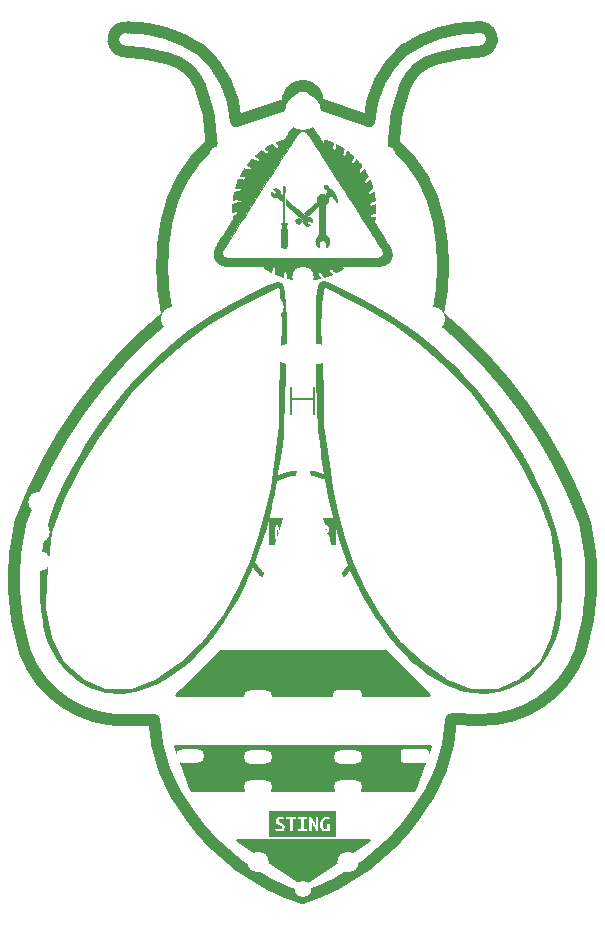
<source format=gbr>
%TF.GenerationSoftware,KiCad,Pcbnew,5.1.9-73d0e3b20d~88~ubuntu20.04.1*%
%TF.CreationDate,2021-08-31T18:27:40+05:30*%
%TF.ProjectId,MAP6,4d415036-2e6b-4696-9361-645f70636258,1*%
%TF.SameCoordinates,Original*%
%TF.FileFunction,Legend,Top*%
%TF.FilePolarity,Positive*%
%FSLAX46Y46*%
G04 Gerber Fmt 4.6, Leading zero omitted, Abs format (unit mm)*
G04 Created by KiCad (PCBNEW 5.1.9-73d0e3b20d~88~ubuntu20.04.1) date 2021-08-31 18:27:40*
%MOMM*%
%LPD*%
G01*
G04 APERTURE LIST*
%ADD10C,1.000000*%
%ADD11C,0.400000*%
%ADD12C,0.050800*%
%ADD13C,0.127000*%
%ADD14C,0.200000*%
%ADD15C,0.010000*%
%ADD16C,0.254000*%
%ADD17C,1.800000*%
%ADD18R,0.760000X1.940000*%
%ADD19O,2.400000X1.200000*%
%ADD20C,2.500000*%
%ADD21C,3.048000*%
%ADD22C,2.036000*%
%ADD23C,1.400000*%
G04 APERTURE END LIST*
D10*
X163290992Y-68300004D02*
G75*
G03*
X157194422Y-70181096I9008J-10849151D01*
G01*
X157203527Y-73191434D02*
G75*
G03*
X156203086Y-78132191I12268255J-5055834D01*
G01*
X157199035Y-70128079D02*
G75*
G03*
X154140402Y-76270988I5500965J-6571921D01*
G01*
X163746533Y-70325404D02*
G75*
G03*
X159901861Y-70939949I817059J-17445282D01*
G01*
X159900089Y-70940371D02*
G75*
G03*
X157202795Y-73211798I904568J-3811380D01*
G01*
X139800000Y-73200000D02*
G75*
G02*
X140796914Y-78132191I-12271781J-5047266D01*
G01*
X137098138Y-70939951D02*
G75*
G02*
X139797205Y-73211800I-902795J-3811800D01*
G01*
X133250000Y-70325244D02*
G75*
G02*
X137098138Y-70939951I-813593J-17445441D01*
G01*
X139805578Y-70131941D02*
G75*
G02*
X142859599Y-76270987I-5505578J-6568059D01*
G01*
X133700000Y-68300000D02*
G75*
G02*
X139805578Y-70181096I0J-10849155D01*
G01*
X135929837Y-126948565D02*
G75*
G03*
X138900002Y-134925245I13870163J623320D01*
G01*
X137062393Y-92704570D02*
G75*
G03*
X124600000Y-110225245I26349075J-31934567D01*
G01*
X133750000Y-68325246D02*
G75*
G03*
X133250000Y-70325244I-250000J-999999D01*
G01*
X138893438Y-134919631D02*
G75*
G03*
X148500000Y-142020142I15113971J10399486D01*
G01*
X133579082Y-126962836D02*
X135800001Y-126925247D01*
X137000798Y-84620551D02*
G75*
G03*
X137053856Y-92711617I19141273J-3920187D01*
G01*
X124600079Y-110224915D02*
G75*
G03*
X124991450Y-121223183I19891371J-4798268D01*
G01*
X148499778Y-73250488D02*
G75*
G03*
X147249998Y-74775246I222J-1274757D01*
G01*
X147249998Y-74775246D02*
X142859599Y-76270987D01*
X140763000Y-78156789D02*
G75*
G03*
X137010605Y-84637737I7347606J-8580951D01*
G01*
X125001847Y-121230124D02*
G75*
G03*
X133579082Y-126962836I8307100J3146064D01*
G01*
X158106564Y-134894385D02*
G75*
G02*
X148500000Y-141994897I-15113974J10399488D01*
G01*
X161070165Y-126923319D02*
G75*
G02*
X158100000Y-134900000I-13870165J623319D01*
G01*
X163420917Y-126937593D02*
X161200000Y-126900000D01*
X171998153Y-121204879D02*
G75*
G02*
X163420917Y-126937593I-8307102J3146064D01*
G01*
X172399921Y-110199670D02*
G75*
G02*
X172008550Y-121197938I-19891371J-4798268D01*
G01*
X159937607Y-92679325D02*
G75*
G02*
X172400000Y-110200000I-26349075J-31934567D01*
G01*
X159999199Y-84595304D02*
G75*
G02*
X159946143Y-92686370I-19141272J-3920191D01*
G01*
X156194141Y-78095030D02*
G75*
G02*
X159989394Y-84612493I-7304747J-8617463D01*
G01*
X163250001Y-68300000D02*
G75*
G02*
X163749999Y-70300000I249999J-1000000D01*
G01*
X149750000Y-74750000D02*
X154140402Y-76270988D01*
X148500221Y-73225245D02*
G75*
G02*
X149750000Y-74750000I-221J-1274755D01*
G01*
D11*
X153500000Y-111000000D02*
G75*
G03*
X153500000Y-111000000I-5000000J0D01*
G01*
D10*
X134536550Y-124020629D02*
X134536550Y-124020629D01*
X165138668Y-124053939D02*
X165138668Y-124053939D01*
X133201423Y-124211149D02*
X134201300Y-124091876D01*
X134201300Y-124091876D02*
X134536550Y-124020629D01*
X131938213Y-124141849D02*
X132950594Y-124217504D01*
X132950594Y-124217504D02*
X133201423Y-124211149D01*
X130862457Y-123812639D02*
X131819361Y-124116574D01*
X131819361Y-124116574D02*
X131938213Y-124141849D01*
X129870313Y-123289099D02*
X130775432Y-123774840D01*
X130775432Y-123774840D02*
X130862457Y-123812639D01*
X128911388Y-122491499D02*
X129684058Y-123156706D01*
X129684058Y-123156706D02*
X129870313Y-123289099D01*
X128021329Y-121402169D02*
X128654621Y-122216736D01*
X128654621Y-122216736D02*
X128911388Y-122491499D01*
X127407942Y-120179708D02*
X127853995Y-121123520D01*
X127853995Y-121123520D02*
X128021329Y-121402169D01*
X127055774Y-118934508D02*
X127321920Y-119925172D01*
X127321920Y-119925172D02*
X127407942Y-120179708D01*
X126857308Y-117596588D02*
X126995029Y-118598051D01*
X126995029Y-118598051D02*
X127055774Y-118934508D01*
X126780728Y-115559577D02*
X126801227Y-116628942D01*
X126801227Y-116628942D02*
X126857308Y-117596588D01*
X126857288Y-113457138D02*
X126800139Y-114473163D01*
X126800139Y-114473163D02*
X126780762Y-115491356D01*
X126780762Y-115491356D02*
X126780728Y-115559577D01*
X127092495Y-111824417D02*
X126935169Y-112816564D01*
X126935169Y-112816564D02*
X126857288Y-113457138D01*
X127520725Y-110142457D02*
X127240470Y-111154432D01*
X127240470Y-111154432D02*
X127092495Y-111824417D01*
X128059467Y-108651637D02*
X127699843Y-109612805D01*
X127699843Y-109612805D02*
X127520725Y-110142457D01*
X128929333Y-106798895D02*
X128485598Y-107711777D01*
X128485598Y-107711777D02*
X128059467Y-108651637D01*
X130041166Y-104734677D02*
X129541970Y-105626484D01*
X129541970Y-105626484D02*
X129060673Y-106539680D01*
X129060673Y-106539680D02*
X128929333Y-106798895D01*
X131084725Y-103070597D02*
X130522571Y-103947136D01*
X130522571Y-103947136D02*
X130041166Y-104734677D01*
X132363121Y-101273955D02*
X131767887Y-102089118D01*
X131767887Y-102089118D02*
X131174348Y-102937261D01*
X131174348Y-102937261D02*
X131084725Y-103070597D01*
X133894246Y-99362638D02*
X133224126Y-100173028D01*
X133224126Y-100173028D02*
X132573522Y-100997312D01*
X132573522Y-100997312D02*
X132363121Y-101273955D01*
X136024411Y-97105872D02*
X135290006Y-97854073D01*
X135290006Y-97854073D02*
X134563475Y-98621070D01*
X134563475Y-98621070D02*
X133894246Y-99362638D01*
X138198546Y-95103423D02*
X137434644Y-95766500D01*
X137434644Y-95766500D02*
X136687830Y-96460899D01*
X136687830Y-96460899D02*
X136024411Y-97105872D01*
X139893618Y-93864492D02*
X139039035Y-94465951D01*
X139039035Y-94465951D02*
X138198546Y-95103423D01*
X141815461Y-92683965D02*
X140945896Y-93199956D01*
X140945896Y-93199956D02*
X140088879Y-93736480D01*
X140088879Y-93736480D02*
X139893618Y-93864492D01*
X144629160Y-91154880D02*
X143665610Y-91667819D01*
X143665610Y-91667819D02*
X142706539Y-92188047D01*
X142706539Y-92188047D02*
X141815461Y-92683965D01*
X146458602Y-90360887D02*
X145467002Y-90717947D01*
X145467002Y-90717947D02*
X144629160Y-91154880D01*
X146605434Y-91792396D02*
X146526843Y-90787484D01*
X146526843Y-90787484D02*
X146458602Y-90360887D01*
X146591754Y-97298418D02*
X146611229Y-96288026D01*
X146611229Y-96288026D02*
X146628429Y-95156520D01*
X146628429Y-95156520D02*
X146638598Y-93989591D01*
X146638598Y-93989591D02*
X146636033Y-92888108D01*
X146636033Y-92888108D02*
X146609919Y-91876955D01*
X146609919Y-91876955D02*
X146605434Y-91792396D01*
X146389895Y-102705427D02*
X146455598Y-101631083D01*
X146455598Y-101631083D02*
X146503298Y-100462458D01*
X146503298Y-100462458D02*
X146542161Y-99271885D01*
X146542161Y-99271885D02*
X146571386Y-98192987D01*
X146571386Y-98192987D02*
X146591754Y-97298418D01*
X146158011Y-104693197D02*
X146290353Y-103648926D01*
X146290353Y-103648926D02*
X146389895Y-102705427D01*
X145847902Y-106549185D02*
X146018420Y-105562473D01*
X146018420Y-105562473D02*
X146158011Y-104693197D01*
X145422606Y-108689857D02*
X145629066Y-107692248D01*
X145629066Y-107692248D02*
X145827080Y-106663769D01*
X145827080Y-106663769D02*
X145847902Y-106549185D01*
X144858336Y-110906987D02*
X145122218Y-109933404D01*
X145122218Y-109933404D02*
X145369084Y-108928272D01*
X145369084Y-108928272D02*
X145422606Y-108689857D01*
X144148299Y-113056346D02*
X144488850Y-112084313D01*
X144488850Y-112084313D02*
X144803641Y-111092631D01*
X144803641Y-111092631D02*
X144858336Y-110906987D01*
X143398193Y-114852978D02*
X143822757Y-113875034D01*
X143822757Y-113875034D02*
X144148299Y-113056346D01*
X142617026Y-116411567D02*
X143094586Y-115479702D01*
X143094586Y-115479702D02*
X143398193Y-114852978D01*
X141493591Y-118246438D02*
X142040822Y-117391470D01*
X142040822Y-117391470D02*
X142571599Y-116495000D01*
X142571599Y-116495000D02*
X142617026Y-116411567D01*
X140122373Y-120097788D02*
X140749792Y-119294447D01*
X140749792Y-119294447D02*
X141336776Y-118477385D01*
X141336776Y-118477385D02*
X141493591Y-118246438D01*
X138791697Y-121499759D02*
X139505519Y-120784033D01*
X139505519Y-120784033D02*
X140122373Y-120097788D01*
X137475655Y-122583599D02*
X138261384Y-121962943D01*
X138261384Y-121962943D02*
X138791697Y-121499759D01*
X135989154Y-123455059D02*
X136874130Y-122971205D01*
X136874130Y-122971205D02*
X137475655Y-122583599D01*
X134536554Y-124020659D02*
X135514054Y-123668406D01*
X135514054Y-123668406D02*
X135989154Y-123455059D01*
X163991878Y-124209209D02*
X164989962Y-124086083D01*
X164989962Y-124086083D02*
X165138668Y-124053939D01*
X162903277Y-124168209D02*
X163925334Y-124211913D01*
X163925334Y-124211913D02*
X163991878Y-124209209D01*
X161935386Y-123943049D02*
X162903277Y-124168209D01*
X160914417Y-123559429D02*
X161852188Y-123917021D01*
X161852188Y-123917021D02*
X161935386Y-123943049D01*
X159741636Y-122899589D02*
X160627606Y-123417516D01*
X160627606Y-123417516D02*
X160914417Y-123559429D01*
X158504767Y-121989809D02*
X159315884Y-122607259D01*
X159315884Y-122607259D02*
X159741636Y-122899589D01*
X157395516Y-120948689D02*
X158129230Y-121660026D01*
X158129230Y-121660026D02*
X158504767Y-121989809D01*
X156336905Y-119737289D02*
X157007820Y-120523910D01*
X157007820Y-120523910D02*
X157395516Y-120948689D01*
X155180565Y-118131788D02*
X155780564Y-118997613D01*
X155780564Y-118997613D02*
X156336905Y-119737289D01*
X154078436Y-116296928D02*
X154596496Y-117198588D01*
X154596496Y-117198588D02*
X155147600Y-118081652D01*
X155147600Y-118081652D02*
X155180565Y-118131788D01*
X153232075Y-114600188D02*
X153693270Y-115551213D01*
X153693270Y-115551213D02*
X154078436Y-116296928D01*
X152511254Y-112829477D02*
X152890031Y-113802859D01*
X152890031Y-113802859D02*
X153232075Y-114600188D01*
X151893145Y-110908876D02*
X152187154Y-111872105D01*
X152187154Y-111872105D02*
X152511254Y-112829477D01*
X151401154Y-108971637D02*
X151652934Y-110006568D01*
X151652934Y-110006568D02*
X151893145Y-110908876D01*
X150987770Y-106931476D02*
X151189220Y-107972290D01*
X151189220Y-107972290D02*
X151401154Y-108971637D01*
X150603065Y-104599677D02*
X150768639Y-105646089D01*
X150768639Y-105646089D02*
X150944909Y-106690722D01*
X150944909Y-106690722D02*
X150987770Y-106931476D01*
X150327148Y-102355326D02*
X150443343Y-103420040D01*
X150443343Y-103420040D02*
X150583194Y-104466074D01*
X150583194Y-104466074D02*
X150603065Y-104599677D01*
X150172008Y-98685601D02*
X150205888Y-99806409D01*
X150205888Y-99806409D02*
X150246432Y-100871908D01*
X150246432Y-100871908D02*
X150298727Y-101942561D01*
X150298727Y-101942561D02*
X150327148Y-102355326D01*
X150102609Y-94125664D02*
X150109294Y-95201859D01*
X150109294Y-95201859D02*
X150122767Y-96237795D01*
X150122767Y-96237795D02*
X150141806Y-97337980D01*
X150141806Y-97337980D02*
X150164885Y-98402180D01*
X150164885Y-98402180D02*
X150172008Y-98685601D01*
X150170228Y-91271600D02*
X150127501Y-92323765D01*
X150127501Y-92323765D02*
X150106883Y-93423570D01*
X150106883Y-93423570D02*
X150102609Y-94125664D01*
X150277863Y-90250065D02*
X150170228Y-91271600D01*
X151947244Y-91047967D02*
X151031238Y-90586968D01*
X151031238Y-90586968D02*
X150277863Y-90250065D01*
X154608176Y-92478927D02*
X153666977Y-91957872D01*
X153666977Y-91957872D02*
X152753962Y-91469298D01*
X152753962Y-91469298D02*
X151947244Y-91047967D01*
X156517276Y-93646195D02*
X155659454Y-93105859D01*
X155659454Y-93105859D02*
X154774964Y-92575499D01*
X154774964Y-92575499D02*
X154608176Y-92478927D01*
X158008096Y-94683785D02*
X157163487Y-94081782D01*
X157163487Y-94081782D02*
X156517276Y-93646195D01*
X159350647Y-95772661D02*
X158564916Y-95121163D01*
X158564916Y-95121163D02*
X158008096Y-94683785D01*
X161024227Y-97345526D02*
X160257154Y-96600744D01*
X160257154Y-96600744D02*
X159516311Y-95917747D01*
X159516311Y-95917747D02*
X159350647Y-95772661D01*
X162685367Y-99124952D02*
X162013979Y-98379215D01*
X162013979Y-98379215D02*
X161282299Y-97607756D01*
X161282299Y-97607756D02*
X161024227Y-97345526D01*
X164103417Y-100864877D02*
X163445537Y-100038681D01*
X163445537Y-100038681D02*
X162802192Y-99261815D01*
X162802192Y-99261815D02*
X162685367Y-99124952D01*
X165486758Y-102784557D02*
X164893102Y-101933701D01*
X164893102Y-101933701D02*
X164299822Y-101122950D01*
X164299822Y-101122950D02*
X164103417Y-100864877D01*
X166697108Y-104692876D02*
X166164433Y-103827462D01*
X166164433Y-103827462D02*
X165596312Y-102948567D01*
X165596312Y-102948567D02*
X165486758Y-102784557D01*
X167789417Y-106718876D02*
X167310372Y-105795884D01*
X167310372Y-105795884D02*
X166814837Y-104895920D01*
X166814837Y-104895920D02*
X166697108Y-104692876D01*
X168778177Y-108924737D02*
X168378987Y-107982548D01*
X168378987Y-107982548D02*
X167943265Y-107034446D01*
X167943265Y-107034446D02*
X167789417Y-106718876D01*
X169438688Y-110836056D02*
X169125027Y-109864839D01*
X169125027Y-109864839D02*
X168778177Y-108924737D01*
X169793999Y-112321387D02*
X169565142Y-111312179D01*
X169565142Y-111312179D02*
X169438688Y-110836056D01*
X169954479Y-114772298D02*
X169916933Y-113692221D01*
X169916933Y-113692221D02*
X169841239Y-112658794D01*
X169841239Y-112658794D02*
X169793999Y-112321387D01*
X169907379Y-117563158D02*
X169956228Y-116530681D01*
X169956228Y-116530681D02*
X169964335Y-115481653D01*
X169964335Y-115481653D02*
X169954479Y-114772298D01*
X169666238Y-119202459D02*
X169839768Y-118169775D01*
X169839768Y-118169775D02*
X169907379Y-117563158D01*
X169097037Y-120692948D02*
X169493735Y-119759258D01*
X169493735Y-119759258D02*
X169666238Y-119202459D01*
X168275078Y-122028869D02*
X168850132Y-121152922D01*
X168850132Y-121152922D02*
X169097037Y-120692948D01*
X167373748Y-122926279D02*
X168105561Y-122223118D01*
X168105561Y-122223118D02*
X168275078Y-122028869D01*
X166267178Y-123628779D02*
X167133308Y-123106220D01*
X167133308Y-123106220D02*
X167373748Y-122926279D01*
X165138658Y-124053959D02*
X166098445Y-123707493D01*
X166098445Y-123707493D02*
X166267178Y-123628779D01*
D12*
%TO.C,kibuzzard-612E1065*%
G36*
X146151135Y-109872055D02*
G01*
X146414025Y-110411355D01*
X146447362Y-110514225D01*
X146490225Y-110649480D01*
X146535945Y-110796165D01*
X146579760Y-110933325D01*
X146627385Y-110787592D01*
X146675010Y-110642812D01*
X146716920Y-110512320D01*
X146751210Y-110411355D01*
X146945520Y-110411355D01*
X146958617Y-110563755D01*
X146971237Y-110712345D01*
X146982667Y-110858316D01*
X146992192Y-111002858D01*
X147111255Y-111000000D01*
X147118280Y-110856946D01*
X147139354Y-110732586D01*
X147174477Y-110626918D01*
X147223650Y-110539942D01*
X147308317Y-110453688D01*
X147412457Y-110401936D01*
X147536070Y-110384685D01*
X147663493Y-110401936D01*
X147768903Y-110453688D01*
X147852300Y-110539942D01*
X147899806Y-110626918D01*
X147933739Y-110732586D01*
X148370460Y-110605665D01*
X148059945Y-110605665D01*
X148059945Y-110411355D01*
X148917195Y-110411355D01*
X148917195Y-110605665D01*
X148606680Y-110605665D01*
X149016255Y-111000000D01*
X149023280Y-110856946D01*
X149044354Y-110732586D01*
X149079477Y-110626918D01*
X149128650Y-110539942D01*
X149213317Y-110453688D01*
X149317457Y-110401936D01*
X149441070Y-110384685D01*
X149568493Y-110401936D01*
X149673903Y-110453688D01*
X149757300Y-110539942D01*
X149804806Y-110626918D01*
X149838739Y-110732586D01*
X149859098Y-110856946D01*
X149865885Y-111000000D01*
X149858979Y-111143054D01*
X149838263Y-111267414D01*
X149803734Y-111373082D01*
X149755395Y-111460058D01*
X149671575Y-111546312D01*
X149567435Y-111598064D01*
X149442975Y-111615315D01*
X149315446Y-111598064D01*
X149209718Y-111546312D01*
X149125793Y-111460058D01*
X149077870Y-111373082D01*
X149043639Y-111267414D01*
X149023101Y-111143054D01*
X149016255Y-111000000D01*
X148606680Y-110605665D01*
X148606680Y-111590550D01*
X148370460Y-111590550D01*
X148370460Y-110605665D01*
X147933739Y-110732586D01*
X147954098Y-110856946D01*
X147960885Y-111000000D01*
X147953979Y-111143054D01*
X147933262Y-111267414D01*
X147898734Y-111373082D01*
X147850395Y-111460058D01*
X147766575Y-111546312D01*
X147662435Y-111598064D01*
X147537975Y-111615315D01*
X147410446Y-111598064D01*
X147304718Y-111546312D01*
X147220792Y-111460058D01*
X147172870Y-111373082D01*
X147138639Y-111267414D01*
X147118101Y-111143054D01*
X147111255Y-111000000D01*
X146992192Y-111002858D01*
X147000051Y-111147161D01*
X147006480Y-111292418D01*
X147011719Y-111439817D01*
X147016005Y-111590550D01*
X146800740Y-111590550D01*
X146812170Y-110674245D01*
X146667390Y-111173355D01*
X146495940Y-111173355D01*
X146356875Y-110674245D01*
X146366400Y-111590550D01*
X146151135Y-111590550D01*
X146157088Y-111442913D01*
X146163517Y-111289560D01*
X146170423Y-111133826D01*
X146177805Y-110979045D01*
X146186139Y-110827121D01*
X146195902Y-110679960D01*
X146207094Y-110540419D01*
X146219715Y-110411355D01*
X146414025Y-110411355D01*
X146151135Y-109872055D01*
X145638505Y-109872055D01*
X145638505Y-112127945D01*
X146151135Y-112127945D01*
X150848865Y-112127945D01*
X150848865Y-111590550D01*
X150603120Y-111590550D01*
X150555733Y-111478393D01*
X150501203Y-111370523D01*
X150440957Y-111264081D01*
X150376425Y-111156210D01*
X150254505Y-111156210D01*
X150254505Y-111590550D01*
X150020190Y-111590550D01*
X150020190Y-110428500D01*
X150095438Y-110414212D01*
X150178305Y-110404687D01*
X150258315Y-110399925D01*
X150324990Y-110398020D01*
X150421193Y-110403735D01*
X150507870Y-110420880D01*
X150584070Y-110449931D01*
X150648840Y-110491365D01*
X150739328Y-110612332D01*
X150762902Y-110692104D01*
X150770760Y-110784735D01*
X150760283Y-110882842D01*
X150728850Y-110971425D01*
X150673129Y-111045244D01*
X150589785Y-111099060D01*
X150658365Y-111208598D01*
X150728850Y-111334328D01*
X150794573Y-111465773D01*
X150848865Y-111590550D01*
X150848865Y-112127945D01*
X151361495Y-112127945D01*
X151361495Y-109872055D01*
X150848865Y-109872055D01*
X146151135Y-109872055D01*
G37*
G36*
X147349380Y-111000000D02*
G01*
X147351047Y-111083106D01*
X147356047Y-111160973D01*
X147382717Y-111291465D01*
X147438915Y-111379095D01*
X147536070Y-111411480D01*
X147632272Y-111379095D01*
X147689422Y-111290513D01*
X147716092Y-111160020D01*
X147721093Y-111082868D01*
X147722760Y-111000000D01*
X147721093Y-110916894D01*
X147716092Y-110839027D01*
X147689422Y-110708535D01*
X147633225Y-110620905D01*
X147536070Y-110588520D01*
X147438915Y-110620905D01*
X147382717Y-110709487D01*
X147356047Y-110839980D01*
X147351047Y-110917132D01*
X147349380Y-111000000D01*
G37*
G36*
X149254380Y-111000000D02*
G01*
X149256047Y-111083106D01*
X149261048Y-111160973D01*
X149287718Y-111291465D01*
X149343915Y-111379095D01*
X149441070Y-111411480D01*
X149537273Y-111379095D01*
X149594423Y-111290513D01*
X149621093Y-111160020D01*
X149626093Y-111082868D01*
X149627760Y-111000000D01*
X149626093Y-110916894D01*
X149621093Y-110839027D01*
X149594423Y-110708535D01*
X149538225Y-110620905D01*
X149441070Y-110588520D01*
X149343915Y-110620905D01*
X149287718Y-110709487D01*
X149261048Y-110839980D01*
X149256047Y-110917132D01*
X149254380Y-111000000D01*
G37*
G36*
X150532635Y-110782830D02*
G01*
X150518348Y-110701867D01*
X150475485Y-110645670D01*
X150409286Y-110612809D01*
X150324990Y-110601855D01*
X150292605Y-110602807D01*
X150254505Y-110607570D01*
X150254505Y-110961900D01*
X150305940Y-110961900D01*
X150409286Y-110950232D01*
X150479295Y-110915227D01*
X150532635Y-110782830D01*
G37*
%TO.C,kibuzzard-611CE09C*%
G36*
X146191140Y-134622055D02*
G01*
X146315917Y-135228030D01*
X146396668Y-135176172D01*
X146495411Y-135145057D01*
X146612145Y-135134685D01*
X146713824Y-135140876D01*
X146801692Y-135159450D01*
X146937900Y-135214695D01*
X146869320Y-135395670D01*
X146763592Y-135349950D01*
X146629290Y-135330900D01*
X146525573Y-135345928D01*
X146463343Y-135391013D01*
X146442600Y-135466155D01*
X146461650Y-135526162D01*
X146510227Y-135571882D01*
X146576902Y-135607125D01*
X146650245Y-135635700D01*
X146765497Y-135682372D01*
X146875987Y-135750953D01*
X146958855Y-135857633D01*
X147425580Y-136340550D01*
X147425580Y-135355665D01*
X147115065Y-135355665D01*
X147115065Y-135161355D01*
X147972315Y-135161355D01*
X147972315Y-135355665D01*
X147661800Y-135355665D01*
X147661800Y-136340550D01*
X147425580Y-136340550D01*
X146958855Y-135857633D01*
X146983144Y-135929784D01*
X146991240Y-136018605D01*
X146964332Y-136165528D01*
X146883607Y-136274828D01*
X146799470Y-136325098D01*
X146690567Y-136355261D01*
X146556900Y-136365315D01*
X146424979Y-136357457D01*
X146322585Y-136333883D01*
X146191140Y-136275780D01*
X146259720Y-136085280D01*
X146382592Y-136142430D01*
X146461888Y-136162433D01*
X146556900Y-136169100D01*
X146655007Y-136156718D01*
X146716920Y-136122428D01*
X146748352Y-136072898D01*
X146756925Y-136016700D01*
X146735970Y-135951930D01*
X146682630Y-135901448D01*
X146610240Y-135861443D01*
X146530230Y-135828105D01*
X146419740Y-135784290D01*
X146315917Y-135721425D01*
X146238765Y-135627127D01*
X146208285Y-135487110D01*
X146235193Y-135339472D01*
X146315917Y-135228030D01*
X146191140Y-134622055D01*
X145678510Y-134622055D01*
X145678510Y-136877945D01*
X148122810Y-136340550D01*
X148122810Y-136146240D01*
X148379985Y-136146240D01*
X148379985Y-135355665D01*
X148122810Y-135355665D01*
X148122810Y-135161355D01*
X148871475Y-135161355D01*
X148871475Y-135355665D01*
X148616205Y-135355665D01*
X148616205Y-136146240D01*
X148871475Y-136146240D01*
X148871475Y-136340550D01*
X148122810Y-136340550D01*
X145678510Y-136877945D01*
X146191140Y-136877945D01*
X149648715Y-136340550D01*
X149593788Y-136209846D01*
X149535685Y-136079353D01*
X149474408Y-135949073D01*
X149409955Y-135818792D01*
X149342328Y-135688299D01*
X149271525Y-135557595D01*
X149271525Y-136340550D01*
X149060070Y-136340550D01*
X149060070Y-135161355D01*
X149248665Y-135161355D01*
X149302005Y-135248747D01*
X149355345Y-135343282D01*
X149407971Y-135441152D01*
X149459168Y-135538545D01*
X149507745Y-135634271D01*
X149552513Y-135727140D01*
X149592279Y-135812865D01*
X149625855Y-135887160D01*
X149625855Y-135161355D01*
X149837310Y-135161355D01*
X149837310Y-136340550D01*
X149648715Y-136340550D01*
X146191140Y-136877945D01*
X150808860Y-136877945D01*
X150803145Y-136311975D01*
X150672653Y-136346265D01*
X150574783Y-136360553D01*
X150458340Y-136365315D01*
X150353327Y-136355552D01*
X150259268Y-136326263D01*
X150177114Y-136277685D01*
X150107820Y-136210058D01*
X150052099Y-136123380D01*
X150010665Y-136017653D01*
X149984948Y-135893113D01*
X149976375Y-135750000D01*
X149986376Y-135608316D01*
X150016380Y-135484252D01*
X150063529Y-135378287D01*
X150124965Y-135290895D01*
X150199736Y-135222553D01*
X150286890Y-135173737D01*
X150383569Y-135144448D01*
X150486915Y-135134685D01*
X150609788Y-135145162D01*
X150704085Y-135168975D01*
X150769808Y-135197550D01*
X150808860Y-135220410D01*
X150747900Y-135407100D01*
X150645030Y-135359475D01*
X150519300Y-135338520D01*
X150378330Y-135369000D01*
X150284033Y-135453772D01*
X150230693Y-135583312D01*
X150218548Y-135662608D01*
X150214500Y-135750000D01*
X150221908Y-135878588D01*
X150244133Y-135982410D01*
X150281175Y-136061468D01*
X150363566Y-136136477D01*
X150477390Y-136161480D01*
X150523110Y-136159575D01*
X150568830Y-136153860D01*
X150568830Y-135723330D01*
X150803145Y-135723330D01*
X150803145Y-136311975D01*
X150808860Y-136877945D01*
X151321490Y-136877945D01*
X151321490Y-134622055D01*
X150808860Y-134622055D01*
X146191140Y-134622055D01*
G37*
D13*
%TO.C,M1*%
X149500000Y-99770000D02*
X147500000Y-99770000D01*
X147500000Y-99770000D02*
X147500000Y-101075000D01*
X149500000Y-99770000D02*
X149500000Y-101075000D01*
X149500000Y-98775000D02*
X149500000Y-99770000D01*
X147500000Y-98775000D02*
X147500000Y-99770000D01*
D14*
X150200000Y-97500000D02*
G75*
G03*
X150200000Y-97500000I-100000J0D01*
G01*
D15*
%TO.C,G1*%
G36*
X148649703Y-76349203D02*
G01*
X148734986Y-76366239D01*
X148820919Y-76394766D01*
X148890146Y-76424144D01*
X149020963Y-76495475D01*
X149153563Y-76590497D01*
X149283354Y-76705407D01*
X149405745Y-76836404D01*
X149444156Y-76883050D01*
X149467149Y-76914234D01*
X149503504Y-76966551D01*
X149551444Y-77037317D01*
X149609189Y-77123847D01*
X149674961Y-77223459D01*
X149746982Y-77333468D01*
X149823473Y-77451190D01*
X149902657Y-77573940D01*
X149925222Y-77609086D01*
X150327389Y-78236128D01*
X150335181Y-77806758D01*
X150373618Y-77815992D01*
X150412872Y-77827278D01*
X150472578Y-77846738D01*
X150546897Y-77872289D01*
X150629991Y-77901848D01*
X150716018Y-77933333D01*
X150799140Y-77964662D01*
X150873516Y-77993751D01*
X150884778Y-77998286D01*
X151032944Y-78058256D01*
X151032319Y-78161989D01*
X151031440Y-78223407D01*
X151029616Y-78300264D01*
X151027170Y-78379806D01*
X151025921Y-78413889D01*
X151024447Y-78493859D01*
X151028289Y-78550952D01*
X151038961Y-78590255D01*
X151057978Y-78616856D01*
X151086854Y-78635841D01*
X151092820Y-78638662D01*
X151131043Y-78649495D01*
X151173465Y-78653778D01*
X151210989Y-78648623D01*
X151241127Y-78630970D01*
X151265747Y-78597530D01*
X151286720Y-78545019D01*
X151305916Y-78470149D01*
X151320694Y-78395022D01*
X151333396Y-78328183D01*
X151345055Y-78272720D01*
X151354495Y-78233830D01*
X151360541Y-78216706D01*
X151361130Y-78216333D01*
X151378028Y-78223201D01*
X151414781Y-78242161D01*
X151467064Y-78270750D01*
X151530552Y-78306505D01*
X151600921Y-78346961D01*
X151673846Y-78389657D01*
X151745004Y-78432127D01*
X151810069Y-78471909D01*
X151813317Y-78473928D01*
X151871701Y-78511609D01*
X151919614Y-78545135D01*
X151952794Y-78571322D01*
X151966976Y-78586986D01*
X151967100Y-78588771D01*
X151961938Y-78607223D01*
X151951371Y-78648072D01*
X151936672Y-78706295D01*
X151919115Y-78776870D01*
X151907360Y-78824589D01*
X151887091Y-78908500D01*
X151873344Y-78969922D01*
X151865481Y-79013660D01*
X151862858Y-79044523D01*
X151864836Y-79067317D01*
X151870772Y-79086849D01*
X151871982Y-79089837D01*
X151903319Y-79134530D01*
X151949136Y-79163712D01*
X152001487Y-79175392D01*
X152052427Y-79167580D01*
X152088670Y-79144139D01*
X152105657Y-79118785D01*
X152128747Y-79073178D01*
X152154915Y-79013770D01*
X152181136Y-78947012D01*
X152181294Y-78946583D01*
X152205243Y-78883709D01*
X152226407Y-78831781D01*
X152242630Y-78795838D01*
X152251758Y-78780919D01*
X152252212Y-78780778D01*
X152268332Y-78789562D01*
X152301667Y-78813734D01*
X152348256Y-78850025D01*
X152404139Y-78895163D01*
X152465357Y-78945880D01*
X152527949Y-78998906D01*
X152587954Y-79050969D01*
X152641414Y-79098802D01*
X152673352Y-79128522D01*
X152789760Y-79239389D01*
X152698501Y-79444000D01*
X152657076Y-79540000D01*
X152628515Y-79614944D01*
X152612186Y-79672560D01*
X152607459Y-79716579D01*
X152613702Y-79750729D01*
X152630284Y-79778742D01*
X152640034Y-79789428D01*
X152683296Y-79818491D01*
X152735162Y-79833726D01*
X152784097Y-79832543D01*
X152802280Y-79825861D01*
X152820270Y-79808130D01*
X152848398Y-79770917D01*
X152883046Y-79719385D01*
X152920597Y-79658696D01*
X152926879Y-79648061D01*
X152962927Y-79588698D01*
X152994936Y-79539848D01*
X153019872Y-79505869D01*
X153034698Y-79491117D01*
X153036363Y-79490903D01*
X153051306Y-79503406D01*
X153080733Y-79533968D01*
X153121331Y-79578747D01*
X153169787Y-79633900D01*
X153222786Y-79695583D01*
X153277016Y-79759955D01*
X153329162Y-79823172D01*
X153375911Y-79881391D01*
X153401857Y-79914763D01*
X153484769Y-80023284D01*
X153356337Y-80216948D01*
X153299917Y-80303873D01*
X153259181Y-80371849D01*
X153232766Y-80424424D01*
X153219314Y-80465145D01*
X153217465Y-80497558D01*
X153225858Y-80525210D01*
X153233237Y-80538004D01*
X153269764Y-80575399D01*
X153318065Y-80601825D01*
X153367140Y-80612144D01*
X153387319Y-80609975D01*
X153412724Y-80594777D01*
X153451882Y-80559950D01*
X153501659Y-80508478D01*
X153544804Y-80459905D01*
X153590800Y-80407550D01*
X153630818Y-80363998D01*
X153661047Y-80333250D01*
X153677678Y-80319308D01*
X153679029Y-80318889D01*
X153690631Y-80330544D01*
X153713389Y-80362729D01*
X153744802Y-80411277D01*
X153782372Y-80472018D01*
X153823599Y-80540785D01*
X153865985Y-80613410D01*
X153907028Y-80685723D01*
X153944231Y-80753556D01*
X153974795Y-80812149D01*
X154033059Y-80928031D01*
X153875947Y-81090213D01*
X153804915Y-81165102D01*
X153752807Y-81224349D01*
X153717581Y-81271208D01*
X153697195Y-81308930D01*
X153689609Y-81340768D01*
X153692780Y-81369974D01*
X153695285Y-81378031D01*
X153725252Y-81430022D01*
X153769815Y-81466579D01*
X153821269Y-81481562D01*
X153825287Y-81481644D01*
X153849094Y-81478382D01*
X153876633Y-81466763D01*
X153912269Y-81444041D01*
X153960364Y-81407466D01*
X154018486Y-81359951D01*
X154072785Y-81315785D01*
X154119484Y-81279716D01*
X154154331Y-81254888D01*
X154173071Y-81244445D01*
X154174769Y-81244466D01*
X154184474Y-81260465D01*
X154201527Y-81298655D01*
X154224268Y-81354481D01*
X154251036Y-81423389D01*
X154280170Y-81500824D01*
X154310009Y-81582231D01*
X154338894Y-81663055D01*
X154365162Y-81738742D01*
X154387155Y-81804737D01*
X154403210Y-81856485D01*
X154411668Y-81889432D01*
X154412555Y-81896650D01*
X154401815Y-81908289D01*
X154372175Y-81933484D01*
X154327505Y-81969117D01*
X154271675Y-82012071D01*
X154235946Y-82038929D01*
X154172570Y-82087112D01*
X154115452Y-82132259D01*
X154069344Y-82170486D01*
X154038997Y-82197910D01*
X154031335Y-82206208D01*
X154006397Y-82256850D01*
X154009595Y-82309550D01*
X154040920Y-82364234D01*
X154047128Y-82371564D01*
X154075547Y-82399671D01*
X154104082Y-82415627D01*
X154137109Y-82418773D01*
X154179006Y-82408452D01*
X154234152Y-82384006D01*
X154306922Y-82344776D01*
X154336173Y-82328116D01*
X154396407Y-82294079D01*
X154447249Y-82266390D01*
X154484065Y-82247493D01*
X154502223Y-82239834D01*
X154503275Y-82239922D01*
X154508870Y-82256988D01*
X154517800Y-82296860D01*
X154529290Y-82354934D01*
X154542569Y-82426608D01*
X154556863Y-82507280D01*
X154571398Y-82592347D01*
X154585402Y-82677207D01*
X154598101Y-82757257D01*
X154608722Y-82827896D01*
X154616492Y-82884520D01*
X154620638Y-82922527D01*
X154620429Y-82937284D01*
X154607394Y-82944179D01*
X154573355Y-82961629D01*
X154522514Y-82987494D01*
X154459074Y-83019635D01*
X154405500Y-83046701D01*
X154320391Y-83090561D01*
X154257618Y-83125277D01*
X154213683Y-83153064D01*
X154185087Y-83176140D01*
X154168331Y-83196720D01*
X154168105Y-83197100D01*
X154150142Y-83252204D01*
X154159958Y-83307876D01*
X154194036Y-83358718D01*
X154217906Y-83381020D01*
X154243026Y-83394187D01*
X154274047Y-83397874D01*
X154315619Y-83391738D01*
X154372392Y-83375435D01*
X154449016Y-83348621D01*
X154478781Y-83337656D01*
X154539587Y-83315483D01*
X154590795Y-83297531D01*
X154626556Y-83285803D01*
X154640569Y-83282222D01*
X154643828Y-83295715D01*
X154646459Y-83333729D01*
X154648373Y-83392569D01*
X154649481Y-83468540D01*
X154649691Y-83557946D01*
X154649159Y-83636264D01*
X154645389Y-83990306D01*
X154422132Y-84057581D01*
X154345875Y-84081376D01*
X154278319Y-84103990D01*
X154224487Y-84123620D01*
X154189406Y-84138465D01*
X154178915Y-84144815D01*
X154171295Y-84157373D01*
X154172980Y-84175269D01*
X154185966Y-84203663D01*
X154212249Y-84247713D01*
X154228827Y-84273832D01*
X154260590Y-84321625D01*
X154287417Y-84358716D01*
X154305353Y-84379789D01*
X154309766Y-84382657D01*
X154327495Y-84380179D01*
X154366622Y-84373674D01*
X154420792Y-84364220D01*
X154465472Y-84356206D01*
X154610111Y-84329987D01*
X154610111Y-84372479D01*
X154607820Y-84402648D01*
X154601579Y-84453550D01*
X154592336Y-84518122D01*
X154581039Y-84589303D01*
X154580825Y-84590591D01*
X154570242Y-84659072D01*
X154562630Y-84718419D01*
X154558656Y-84762580D01*
X154558990Y-84785502D01*
X154559221Y-84786233D01*
X154567820Y-84800991D01*
X154590430Y-84837743D01*
X154625908Y-84894675D01*
X154673110Y-84969971D01*
X154730894Y-85061818D01*
X154798114Y-85168401D01*
X154873629Y-85287906D01*
X154956293Y-85418520D01*
X155044965Y-85558426D01*
X155138499Y-85705812D01*
X155183323Y-85776377D01*
X155307676Y-85972378D01*
X155417657Y-86146466D01*
X155514268Y-86300396D01*
X155598511Y-86435922D01*
X155671387Y-86554801D01*
X155733897Y-86658786D01*
X155787044Y-86749633D01*
X155831828Y-86829096D01*
X155869252Y-86898930D01*
X155900318Y-86960891D01*
X155926025Y-87016732D01*
X155947377Y-87068210D01*
X155965375Y-87117078D01*
X155981020Y-87165091D01*
X155986695Y-87183944D01*
X156011903Y-87293047D01*
X156027855Y-87413004D01*
X156034086Y-87534636D01*
X156030127Y-87648768D01*
X156015512Y-87746221D01*
X156015336Y-87746971D01*
X155966435Y-87896649D01*
X155893862Y-88031095D01*
X155797819Y-88150126D01*
X155678508Y-88253560D01*
X155536133Y-88341214D01*
X155370896Y-88412904D01*
X155228425Y-88457056D01*
X155082833Y-88495472D01*
X153384111Y-88502931D01*
X151685388Y-88510389D01*
X151794375Y-88601640D01*
X151903363Y-88692891D01*
X151870399Y-88719584D01*
X151837959Y-88742602D01*
X151786077Y-88775687D01*
X151720223Y-88815642D01*
X151645867Y-88859269D01*
X151568480Y-88903374D01*
X151493530Y-88944759D01*
X151426489Y-88980229D01*
X151410111Y-88988548D01*
X151285517Y-89051123D01*
X151114911Y-88890354D01*
X151055149Y-88835280D01*
X150999780Y-88786535D01*
X150953145Y-88747770D01*
X150919585Y-88722637D01*
X150906811Y-88715329D01*
X150859614Y-88710892D01*
X150808631Y-88726618D01*
X150764613Y-88758482D01*
X150752566Y-88773094D01*
X150734151Y-88806132D01*
X150728275Y-88838996D01*
X150736461Y-88875860D01*
X150760231Y-88920896D01*
X150801109Y-88978279D01*
X150849500Y-89038733D01*
X150893709Y-89093075D01*
X150930573Y-89139622D01*
X150956768Y-89174082D01*
X150968967Y-89192163D01*
X150969444Y-89193559D01*
X150956802Y-89202643D01*
X150921787Y-89218898D01*
X150868765Y-89240766D01*
X150802101Y-89266686D01*
X150726160Y-89295099D01*
X150645309Y-89324447D01*
X150563913Y-89353170D01*
X150486338Y-89379709D01*
X150416949Y-89402504D01*
X150360113Y-89419997D01*
X150320195Y-89430628D01*
X150301560Y-89432838D01*
X150300867Y-89432343D01*
X150276627Y-89397079D01*
X150241708Y-89349146D01*
X150199631Y-89293067D01*
X150153914Y-89233365D01*
X150108077Y-89174563D01*
X150065642Y-89121184D01*
X150030126Y-89077750D01*
X150005051Y-89048786D01*
X149994797Y-89039031D01*
X149962467Y-89029191D01*
X149924739Y-89025444D01*
X149884371Y-89036333D01*
X149842285Y-89063943D01*
X149806810Y-89100693D01*
X149786277Y-89139001D01*
X149784111Y-89153455D01*
X149790980Y-89177424D01*
X149809738Y-89219757D01*
X149837610Y-89274706D01*
X149871819Y-89336520D01*
X149875833Y-89343463D01*
X149910253Y-89403740D01*
X149938783Y-89455613D01*
X149958728Y-89494041D01*
X149967395Y-89513982D01*
X149967555Y-89515068D01*
X149954052Y-89523614D01*
X149915502Y-89535234D01*
X149854847Y-89549368D01*
X149775027Y-89565454D01*
X149678983Y-89582932D01*
X149569657Y-89601241D01*
X149449987Y-89619819D01*
X149322917Y-89638105D01*
X149321643Y-89638281D01*
X149275452Y-89644666D01*
X149170649Y-89435408D01*
X149121247Y-89340079D01*
X149079938Y-89268476D01*
X149044696Y-89217979D01*
X149013497Y-89185969D01*
X148984315Y-89169827D01*
X148962836Y-89166556D01*
X148916520Y-89176814D01*
X148870723Y-89203194D01*
X148833412Y-89239106D01*
X148812555Y-89277960D01*
X148810601Y-89292487D01*
X148815440Y-89320049D01*
X148828441Y-89366969D01*
X148847529Y-89426306D01*
X148867046Y-89481467D01*
X148889451Y-89543904D01*
X148907626Y-89597752D01*
X148919568Y-89636864D01*
X148923333Y-89654329D01*
X148919549Y-89660703D01*
X148906171Y-89665623D01*
X148880161Y-89669265D01*
X148838481Y-89671803D01*
X148778092Y-89673413D01*
X148695958Y-89674271D01*
X148589040Y-89674552D01*
X148573057Y-89674556D01*
X148222781Y-89674556D01*
X148161799Y-89466417D01*
X148138869Y-89390512D01*
X148116671Y-89321241D01*
X148097208Y-89264562D01*
X148082484Y-89226435D01*
X148077966Y-89216970D01*
X148070895Y-89202203D01*
X148066140Y-89184993D01*
X148063835Y-89161581D01*
X148064113Y-89128209D01*
X148067108Y-89081120D01*
X148072952Y-89016557D01*
X148081779Y-88930760D01*
X148091216Y-88843026D01*
X148127316Y-88510389D01*
X148065197Y-88506026D01*
X148026709Y-88504281D01*
X148002377Y-88504988D01*
X147998728Y-88506026D01*
X147996003Y-88520694D01*
X147990767Y-88559385D01*
X147983513Y-88618064D01*
X147974732Y-88692691D01*
X147964916Y-88779230D01*
X147959801Y-88825453D01*
X147925225Y-89140518D01*
X147873946Y-89182786D01*
X147850596Y-89203431D01*
X147834861Y-89223658D01*
X147826342Y-89248384D01*
X147824645Y-89282525D01*
X147829370Y-89330998D01*
X147840123Y-89398720D01*
X147851394Y-89462268D01*
X147862157Y-89525938D01*
X147869779Y-89578855D01*
X147873514Y-89615214D01*
X147872866Y-89629059D01*
X147855535Y-89630737D01*
X147815286Y-89627729D01*
X147756888Y-89620819D01*
X147685110Y-89610791D01*
X147604721Y-89598431D01*
X147520490Y-89584522D01*
X147437187Y-89569849D01*
X147359579Y-89555198D01*
X147292436Y-89541351D01*
X147240527Y-89529094D01*
X147211109Y-89520198D01*
X147199083Y-89513745D01*
X147189709Y-89501950D01*
X147181959Y-89480540D01*
X147174807Y-89445244D01*
X147167226Y-89391790D01*
X147158188Y-89315905D01*
X147154790Y-89285918D01*
X147142138Y-89183721D01*
X147129512Y-89106060D01*
X147115832Y-89049272D01*
X147100018Y-89009691D01*
X147080989Y-88983654D01*
X147061448Y-88969418D01*
X147007489Y-88954954D01*
X146948786Y-88961319D01*
X146897887Y-88987036D01*
X146895648Y-88988911D01*
X146880022Y-89003109D01*
X146869052Y-89017691D01*
X146861770Y-89037742D01*
X146857213Y-89068351D01*
X146854413Y-89114605D01*
X146852406Y-89181593D01*
X146851461Y-89221744D01*
X146849140Y-89292984D01*
X146845902Y-89352921D01*
X146842119Y-89396521D01*
X146838163Y-89418753D01*
X146836762Y-89420556D01*
X146813602Y-89415651D01*
X146768912Y-89402078D01*
X146707313Y-89381547D01*
X146633428Y-89355767D01*
X146551878Y-89326449D01*
X146467287Y-89295303D01*
X146384276Y-89264039D01*
X146307468Y-89234367D01*
X146241484Y-89207998D01*
X146190947Y-89186642D01*
X146160479Y-89172008D01*
X146154680Y-89168192D01*
X146152247Y-89151829D01*
X146151901Y-89112248D01*
X146153527Y-89054365D01*
X146157009Y-88983099D01*
X146160275Y-88930999D01*
X146166232Y-88830233D01*
X146168111Y-88753488D01*
X146165192Y-88696766D01*
X146156757Y-88656065D01*
X146142089Y-88627387D01*
X146120469Y-88606732D01*
X146099824Y-88594390D01*
X146043557Y-88575682D01*
X145989419Y-88582242D01*
X145960474Y-88594810D01*
X145939153Y-88608819D01*
X145922222Y-88628944D01*
X145908045Y-88659656D01*
X145894988Y-88705428D01*
X145881418Y-88770732D01*
X145867558Y-88849056D01*
X145856397Y-88909671D01*
X145845531Y-88959891D01*
X145836474Y-88993140D01*
X145832224Y-89002590D01*
X145815402Y-89001089D01*
X145777466Y-88985758D01*
X145721057Y-88958007D01*
X145648814Y-88919247D01*
X145563377Y-88870888D01*
X145467386Y-88814340D01*
X145377288Y-88759545D01*
X145314584Y-88721134D01*
X145272021Y-88693458D01*
X145246467Y-88671291D01*
X145234791Y-88649405D01*
X145233861Y-88622571D01*
X145240543Y-88585563D01*
X145249153Y-88545667D01*
X145257972Y-88503333D01*
X143642334Y-88503333D01*
X143386250Y-88503327D01*
X143156708Y-88503266D01*
X142952027Y-88503088D01*
X142770527Y-88502734D01*
X142610528Y-88502140D01*
X142470350Y-88501244D01*
X142348311Y-88499987D01*
X142242732Y-88498305D01*
X142151933Y-88496137D01*
X142074233Y-88493421D01*
X142007951Y-88490096D01*
X141951408Y-88486101D01*
X141902923Y-88481372D01*
X141860815Y-88475850D01*
X141823404Y-88469472D01*
X141789011Y-88462176D01*
X141755954Y-88453902D01*
X141722553Y-88444586D01*
X141687128Y-88434168D01*
X141677278Y-88431242D01*
X141518798Y-88371629D01*
X141375782Y-88292484D01*
X141250357Y-88195843D01*
X141144653Y-88083742D01*
X141060799Y-87958220D01*
X141000924Y-87821312D01*
X140985629Y-87769556D01*
X140975045Y-87720340D01*
X140968758Y-87667256D01*
X140966326Y-87603046D01*
X140967301Y-87520450D01*
X140968315Y-87487333D01*
X140976319Y-87362899D01*
X140978063Y-87351072D01*
X141693729Y-87351072D01*
X141694377Y-87443755D01*
X141698821Y-87468092D01*
X141734315Y-87567887D01*
X141792197Y-87650743D01*
X141872025Y-87716310D01*
X141973357Y-87764237D01*
X142095748Y-87794174D01*
X142114722Y-87796935D01*
X142136538Y-87797974D01*
X142185468Y-87798972D01*
X142260413Y-87799928D01*
X142360270Y-87800842D01*
X142483940Y-87801714D01*
X142630320Y-87802545D01*
X142798310Y-87803333D01*
X142986809Y-87804081D01*
X143194716Y-87804786D01*
X143420930Y-87805450D01*
X143664349Y-87806072D01*
X143923874Y-87806653D01*
X144198403Y-87807192D01*
X144486835Y-87807690D01*
X144788069Y-87808146D01*
X145101003Y-87808560D01*
X145424538Y-87808933D01*
X145757572Y-87809264D01*
X146099004Y-87809554D01*
X146447733Y-87809802D01*
X146802658Y-87810009D01*
X147162679Y-87810175D01*
X147526693Y-87810299D01*
X147893600Y-87810382D01*
X148262300Y-87810423D01*
X148631691Y-87810423D01*
X149000672Y-87810381D01*
X149368142Y-87810298D01*
X149733000Y-87810174D01*
X150094145Y-87810008D01*
X150450477Y-87809802D01*
X150800894Y-87809554D01*
X151144295Y-87809264D01*
X151479579Y-87808934D01*
X151805646Y-87808562D01*
X152121394Y-87808149D01*
X152425722Y-87807694D01*
X152717530Y-87807199D01*
X152995715Y-87806662D01*
X153259179Y-87806085D01*
X153506818Y-87805466D01*
X153737533Y-87804806D01*
X153950222Y-87804105D01*
X154143785Y-87803362D01*
X154317119Y-87802579D01*
X154469126Y-87801755D01*
X154598703Y-87800890D01*
X154704749Y-87799983D01*
X154786163Y-87799036D01*
X154841845Y-87798048D01*
X154870694Y-87797018D01*
X154873673Y-87796743D01*
X154941101Y-87783971D01*
X155010682Y-87765212D01*
X155065907Y-87745107D01*
X155137508Y-87703099D01*
X155202480Y-87646583D01*
X155253902Y-87582710D01*
X155284780Y-87518883D01*
X155300140Y-87421752D01*
X155292681Y-87315002D01*
X155263441Y-87204095D01*
X155213455Y-87094492D01*
X155199752Y-87071056D01*
X155189184Y-87054343D01*
X155163886Y-87014683D01*
X155124373Y-86952879D01*
X155071159Y-86869732D01*
X155004760Y-86766048D01*
X154925690Y-86642627D01*
X154834464Y-86500274D01*
X154731598Y-86339790D01*
X154617606Y-86161980D01*
X154493003Y-85967645D01*
X154358305Y-85757590D01*
X154214025Y-85532616D01*
X154060680Y-85293526D01*
X153898783Y-85041124D01*
X153728850Y-84776213D01*
X153551396Y-84499594D01*
X153366935Y-84212072D01*
X153175983Y-83914449D01*
X152979055Y-83607529D01*
X152776665Y-83292113D01*
X152569328Y-82969005D01*
X152357560Y-82639008D01*
X152141875Y-82302924D01*
X152050642Y-82160768D01*
X151777356Y-81734997D01*
X151518922Y-81332466D01*
X151274993Y-80952638D01*
X151045219Y-80594974D01*
X150829252Y-80258936D01*
X150626745Y-79943986D01*
X150437347Y-79649586D01*
X150260711Y-79375197D01*
X150096489Y-79120281D01*
X149944332Y-78884300D01*
X149803891Y-78666716D01*
X149674818Y-78466991D01*
X149556765Y-78284587D01*
X149449383Y-78118965D01*
X149352324Y-77969587D01*
X149265239Y-77835915D01*
X149187781Y-77717411D01*
X149119599Y-77613537D01*
X149060347Y-77523754D01*
X149009675Y-77447525D01*
X148967236Y-77384310D01*
X148932680Y-77333573D01*
X148905659Y-77294775D01*
X148885826Y-77267377D01*
X148872830Y-77250841D01*
X148869133Y-77246813D01*
X148815133Y-77200622D01*
X148751072Y-77155640D01*
X148700805Y-77126851D01*
X148594054Y-77088991D01*
X148485496Y-77078593D01*
X148377323Y-77095178D01*
X148271726Y-77138272D01*
X148170894Y-77207397D01*
X148121685Y-77252849D01*
X148111412Y-77265009D01*
X148094849Y-77287181D01*
X148071635Y-77319920D01*
X148041412Y-77363783D01*
X148003819Y-77419322D01*
X147958498Y-77487093D01*
X147905090Y-77567651D01*
X147843235Y-77661551D01*
X147772573Y-77769347D01*
X147692746Y-77891595D01*
X147603395Y-78028848D01*
X147504159Y-78181662D01*
X147394680Y-78350592D01*
X147274599Y-78536192D01*
X147143555Y-78739018D01*
X147001190Y-78959623D01*
X146847145Y-79198563D01*
X146681060Y-79456393D01*
X146502576Y-79733667D01*
X146311333Y-80030940D01*
X146106973Y-80348767D01*
X145889136Y-80687703D01*
X145657463Y-81048303D01*
X145411594Y-81431121D01*
X145151170Y-81836712D01*
X144929798Y-82181556D01*
X144712259Y-82520514D01*
X144498380Y-82853881D01*
X144288676Y-83180848D01*
X144083667Y-83500606D01*
X143883868Y-83812343D01*
X143689797Y-84115252D01*
X143501972Y-84408522D01*
X143320909Y-84691344D01*
X143147127Y-84962907D01*
X142981141Y-85222404D01*
X142823470Y-85469022D01*
X142674631Y-85701955D01*
X142535141Y-85920390D01*
X142405517Y-86123520D01*
X142286276Y-86310534D01*
X142177937Y-86480622D01*
X142081015Y-86632976D01*
X141996029Y-86766785D01*
X141923495Y-86881240D01*
X141863932Y-86975531D01*
X141817855Y-87048849D01*
X141785783Y-87100383D01*
X141768233Y-87129326D01*
X141765313Y-87134556D01*
X141717257Y-87248594D01*
X141693729Y-87351072D01*
X140978063Y-87351072D01*
X140992738Y-87251607D01*
X141019779Y-87145221D01*
X141059654Y-87035510D01*
X141114574Y-86914240D01*
X141131212Y-86880556D01*
X141150865Y-86844549D01*
X141184503Y-86786785D01*
X141230885Y-86709270D01*
X141288770Y-86614011D01*
X141356919Y-86503011D01*
X141434089Y-86378279D01*
X141519041Y-86241818D01*
X141610533Y-86095636D01*
X141707324Y-85941738D01*
X141808175Y-85782130D01*
X141906291Y-85627547D01*
X142600120Y-84536816D01*
X142583816Y-84414962D01*
X142576804Y-84350646D01*
X142575579Y-84307473D01*
X142580209Y-84288514D01*
X142581006Y-84288064D01*
X142598563Y-84279679D01*
X142635021Y-84261140D01*
X142684360Y-84235534D01*
X142720529Y-84216539D01*
X142775981Y-84186729D01*
X142815404Y-84162400D01*
X142845400Y-84137284D01*
X142872569Y-84105109D01*
X142903515Y-84059607D01*
X142930619Y-84017004D01*
X143014679Y-83883952D01*
X142982943Y-83858254D01*
X142958658Y-83842641D01*
X142930979Y-83835366D01*
X142895119Y-83837021D01*
X142846291Y-83848203D01*
X142779707Y-83869506D01*
X142719219Y-83891033D01*
X142656453Y-83912790D01*
X142603409Y-83929123D01*
X142565577Y-83938483D01*
X142548449Y-83939324D01*
X142548320Y-83939209D01*
X142545290Y-83922593D01*
X142542793Y-83882552D01*
X142540836Y-83823871D01*
X142539423Y-83751337D01*
X142538560Y-83669737D01*
X142538250Y-83583857D01*
X142538499Y-83498483D01*
X142539312Y-83418403D01*
X142540695Y-83348401D01*
X142542651Y-83293265D01*
X142545186Y-83257780D01*
X142547600Y-83246793D01*
X142563827Y-83239665D01*
X142602226Y-83226334D01*
X142657853Y-83208414D01*
X142725763Y-83187522D01*
X142763454Y-83176266D01*
X142837955Y-83153544D01*
X142904800Y-83131865D01*
X142958344Y-83113157D01*
X142992939Y-83099347D01*
X143000855Y-83095223D01*
X143015756Y-83088026D01*
X143036366Y-83083952D01*
X143067151Y-83083093D01*
X143112579Y-83085539D01*
X143177117Y-83091382D01*
X143264101Y-83100589D01*
X143341453Y-83108868D01*
X143408163Y-83115651D01*
X143459556Y-83120491D01*
X143490957Y-83122941D01*
X143498563Y-83122973D01*
X143517986Y-83094355D01*
X143538451Y-83059741D01*
X143555586Y-83027251D01*
X143565024Y-83005004D01*
X143564816Y-82999870D01*
X143547921Y-82998339D01*
X143507721Y-82994172D01*
X143448953Y-82987877D01*
X143376359Y-82979960D01*
X143307341Y-82972337D01*
X143203410Y-82959810D01*
X143126592Y-82948345D01*
X143077229Y-82938001D01*
X143055661Y-82928840D01*
X143054784Y-82927407D01*
X143031396Y-82891569D01*
X142993046Y-82861246D01*
X142951851Y-82845422D01*
X142943331Y-82844778D01*
X142913262Y-82847244D01*
X142862955Y-82853925D01*
X142799891Y-82863748D01*
X142743287Y-82873505D01*
X142679803Y-82884393D01*
X142627275Y-82892374D01*
X142591437Y-82896647D01*
X142578119Y-82896601D01*
X142577319Y-82880216D01*
X142581022Y-82840731D01*
X142588517Y-82782780D01*
X142599093Y-82710999D01*
X142612040Y-82630023D01*
X142626646Y-82544488D01*
X142642202Y-82459029D01*
X142656394Y-82386167D01*
X142693472Y-82202722D01*
X142919153Y-82177101D01*
X143020708Y-82164478D01*
X143097995Y-82151824D01*
X143154935Y-82137798D01*
X143195451Y-82121060D01*
X143223467Y-82100266D01*
X143242904Y-82074077D01*
X143247764Y-82064729D01*
X143258562Y-82028180D01*
X143254488Y-81985250D01*
X143250773Y-81970285D01*
X143237848Y-81934372D01*
X143218523Y-81908164D01*
X143188653Y-81890201D01*
X143144090Y-81879022D01*
X143080689Y-81873167D01*
X142994303Y-81871176D01*
X142969145Y-81871111D01*
X142900763Y-81870815D01*
X142843882Y-81870005D01*
X142803732Y-81868799D01*
X142785542Y-81867312D01*
X142785000Y-81866996D01*
X142789634Y-81848740D01*
X142802380Y-81808921D01*
X142821503Y-81752424D01*
X142845267Y-81684135D01*
X142871940Y-81608939D01*
X142899784Y-81531722D01*
X142927066Y-81457370D01*
X142952051Y-81390768D01*
X142973004Y-81336801D01*
X142975337Y-81330976D01*
X143042244Y-81164786D01*
X143171150Y-81174681D01*
X143250064Y-81179603D01*
X143339513Y-81183473D01*
X143421812Y-81185545D01*
X143431710Y-81185649D01*
X143493769Y-81185731D01*
X143534408Y-81183700D01*
X143560423Y-81177979D01*
X143578613Y-81166986D01*
X143595773Y-81149145D01*
X143597516Y-81147130D01*
X143625766Y-81095211D01*
X143631502Y-81037178D01*
X143614601Y-80982344D01*
X143599916Y-80961576D01*
X143581046Y-80944312D01*
X143555130Y-80930633D01*
X143516352Y-80918547D01*
X143458894Y-80906060D01*
X143412944Y-80897531D01*
X143328253Y-80882892D01*
X143268240Y-80871886D01*
X143230224Y-80861218D01*
X143211525Y-80847594D01*
X143209461Y-80827721D01*
X143221351Y-80798304D01*
X143244515Y-80756050D01*
X143266029Y-80717022D01*
X143304269Y-80647752D01*
X143346979Y-80573454D01*
X143391586Y-80498269D01*
X143435515Y-80426340D01*
X143476191Y-80361810D01*
X143511040Y-80308823D01*
X143537488Y-80271521D01*
X143552961Y-80254046D01*
X143554111Y-80253415D01*
X143572519Y-80254521D01*
X143613137Y-80261441D01*
X143670796Y-80273159D01*
X143740321Y-80288654D01*
X143777287Y-80297349D01*
X143853624Y-80314945D01*
X143923429Y-80329808D01*
X143980615Y-80340732D01*
X144019096Y-80346509D01*
X144028280Y-80347111D01*
X144076526Y-80334293D01*
X144118308Y-80300984D01*
X144146277Y-80254901D01*
X144153778Y-80215295D01*
X144152704Y-80179079D01*
X144147053Y-80150936D01*
X144133175Y-80127962D01*
X144107424Y-80107251D01*
X144066152Y-80085900D01*
X144005712Y-80061003D01*
X143922456Y-80029656D01*
X143919089Y-80028408D01*
X143860246Y-80005993D01*
X143811178Y-79986156D01*
X143778045Y-79971456D01*
X143767482Y-79965460D01*
X143771526Y-79951061D01*
X143791541Y-79919303D01*
X143824552Y-79873745D01*
X143867584Y-79817946D01*
X143917661Y-79755464D01*
X143971808Y-79689858D01*
X144027049Y-79624687D01*
X144080410Y-79563509D01*
X144128914Y-79509883D01*
X144169587Y-79467366D01*
X144199454Y-79439519D01*
X144215273Y-79429889D01*
X144233318Y-79435271D01*
X144272446Y-79450150D01*
X144327926Y-79472622D01*
X144395022Y-79500786D01*
X144443364Y-79521565D01*
X144516607Y-79552600D01*
X144582482Y-79579147D01*
X144635928Y-79599270D01*
X144671885Y-79611036D01*
X144683332Y-79613287D01*
X144727067Y-79600599D01*
X144767962Y-79567384D01*
X144799721Y-79521125D01*
X144816050Y-79469305D01*
X144817000Y-79454417D01*
X144812940Y-79429312D01*
X144798589Y-79404595D01*
X144770690Y-79377415D01*
X144725988Y-79344917D01*
X144661225Y-79304247D01*
X144613030Y-79275699D01*
X144555986Y-79241306D01*
X144509597Y-79211324D01*
X144478388Y-79188827D01*
X144466882Y-79176886D01*
X144466944Y-79176488D01*
X144479670Y-79161758D01*
X144510375Y-79132528D01*
X144555175Y-79092147D01*
X144610189Y-79043964D01*
X144671533Y-78991327D01*
X144735325Y-78937586D01*
X144797682Y-78886088D01*
X144854720Y-78840184D01*
X144878103Y-78821868D01*
X145002707Y-78725349D01*
X145194742Y-78853875D01*
X145283554Y-78911923D01*
X145353547Y-78953618D01*
X145408235Y-78979859D01*
X145451136Y-78991543D01*
X145485767Y-78989569D01*
X145515642Y-78974834D01*
X145544279Y-78948237D01*
X145547981Y-78944084D01*
X145583886Y-78888374D01*
X145592134Y-78834946D01*
X145580159Y-78797055D01*
X145564686Y-78779003D01*
X145532018Y-78747557D01*
X145486888Y-78707089D01*
X145434033Y-78661969D01*
X145432149Y-78660399D01*
X145380631Y-78616428D01*
X145338180Y-78578144D01*
X145308978Y-78549470D01*
X145297207Y-78534327D01*
X145297144Y-78533833D01*
X145308937Y-78521306D01*
X145341511Y-78497907D01*
X145390729Y-78466016D01*
X145452455Y-78428013D01*
X145522552Y-78386279D01*
X145596884Y-78343194D01*
X145671313Y-78301138D01*
X145741704Y-78262491D01*
X145803920Y-78229634D01*
X145853824Y-78204946D01*
X145887281Y-78190809D01*
X145897493Y-78188382D01*
X145912321Y-78197522D01*
X145943804Y-78222997D01*
X145988233Y-78261604D01*
X146041894Y-78310140D01*
X146085050Y-78350267D01*
X146144934Y-78405126D01*
X146200296Y-78453176D01*
X146246878Y-78490921D01*
X146280421Y-78514867D01*
X146293685Y-78521504D01*
X146341940Y-78520931D01*
X146389499Y-78499891D01*
X146429949Y-78464390D01*
X146456878Y-78420434D01*
X146463873Y-78374026D01*
X146462039Y-78363838D01*
X146450207Y-78340978D01*
X146423719Y-78301848D01*
X146386290Y-78251605D01*
X146341636Y-78195403D01*
X146333441Y-78185441D01*
X146213100Y-78039944D01*
X146295051Y-78002517D01*
X146338889Y-77984029D01*
X146398855Y-77960872D01*
X146470269Y-77934633D01*
X146548451Y-77906898D01*
X146628720Y-77879253D01*
X146706396Y-77853285D01*
X146776801Y-77830579D01*
X146835253Y-77812722D01*
X146877072Y-77801300D01*
X146897579Y-77797898D01*
X146898296Y-77798067D01*
X146909320Y-77788042D01*
X146933483Y-77756842D01*
X146968912Y-77707188D01*
X147013731Y-77641804D01*
X147066066Y-77563411D01*
X147124042Y-77474730D01*
X147167175Y-77407681D01*
X147232595Y-77306095D01*
X147297706Y-77206405D01*
X147359813Y-77112634D01*
X147416219Y-77028809D01*
X147464228Y-76958954D01*
X147501144Y-76907095D01*
X147513725Y-76890304D01*
X147645142Y-76737723D01*
X147787115Y-76606609D01*
X147937073Y-76498986D01*
X148092442Y-76416878D01*
X148139679Y-76397541D01*
X148197690Y-76376343D01*
X148246051Y-76361953D01*
X148293695Y-76352759D01*
X148349557Y-76347152D01*
X148422571Y-76343521D01*
X148443555Y-76342768D01*
X148555686Y-76341949D01*
X148649703Y-76349203D01*
G37*
X148649703Y-76349203D02*
X148734986Y-76366239D01*
X148820919Y-76394766D01*
X148890146Y-76424144D01*
X149020963Y-76495475D01*
X149153563Y-76590497D01*
X149283354Y-76705407D01*
X149405745Y-76836404D01*
X149444156Y-76883050D01*
X149467149Y-76914234D01*
X149503504Y-76966551D01*
X149551444Y-77037317D01*
X149609189Y-77123847D01*
X149674961Y-77223459D01*
X149746982Y-77333468D01*
X149823473Y-77451190D01*
X149902657Y-77573940D01*
X149925222Y-77609086D01*
X150327389Y-78236128D01*
X150335181Y-77806758D01*
X150373618Y-77815992D01*
X150412872Y-77827278D01*
X150472578Y-77846738D01*
X150546897Y-77872289D01*
X150629991Y-77901848D01*
X150716018Y-77933333D01*
X150799140Y-77964662D01*
X150873516Y-77993751D01*
X150884778Y-77998286D01*
X151032944Y-78058256D01*
X151032319Y-78161989D01*
X151031440Y-78223407D01*
X151029616Y-78300264D01*
X151027170Y-78379806D01*
X151025921Y-78413889D01*
X151024447Y-78493859D01*
X151028289Y-78550952D01*
X151038961Y-78590255D01*
X151057978Y-78616856D01*
X151086854Y-78635841D01*
X151092820Y-78638662D01*
X151131043Y-78649495D01*
X151173465Y-78653778D01*
X151210989Y-78648623D01*
X151241127Y-78630970D01*
X151265747Y-78597530D01*
X151286720Y-78545019D01*
X151305916Y-78470149D01*
X151320694Y-78395022D01*
X151333396Y-78328183D01*
X151345055Y-78272720D01*
X151354495Y-78233830D01*
X151360541Y-78216706D01*
X151361130Y-78216333D01*
X151378028Y-78223201D01*
X151414781Y-78242161D01*
X151467064Y-78270750D01*
X151530552Y-78306505D01*
X151600921Y-78346961D01*
X151673846Y-78389657D01*
X151745004Y-78432127D01*
X151810069Y-78471909D01*
X151813317Y-78473928D01*
X151871701Y-78511609D01*
X151919614Y-78545135D01*
X151952794Y-78571322D01*
X151966976Y-78586986D01*
X151967100Y-78588771D01*
X151961938Y-78607223D01*
X151951371Y-78648072D01*
X151936672Y-78706295D01*
X151919115Y-78776870D01*
X151907360Y-78824589D01*
X151887091Y-78908500D01*
X151873344Y-78969922D01*
X151865481Y-79013660D01*
X151862858Y-79044523D01*
X151864836Y-79067317D01*
X151870772Y-79086849D01*
X151871982Y-79089837D01*
X151903319Y-79134530D01*
X151949136Y-79163712D01*
X152001487Y-79175392D01*
X152052427Y-79167580D01*
X152088670Y-79144139D01*
X152105657Y-79118785D01*
X152128747Y-79073178D01*
X152154915Y-79013770D01*
X152181136Y-78947012D01*
X152181294Y-78946583D01*
X152205243Y-78883709D01*
X152226407Y-78831781D01*
X152242630Y-78795838D01*
X152251758Y-78780919D01*
X152252212Y-78780778D01*
X152268332Y-78789562D01*
X152301667Y-78813734D01*
X152348256Y-78850025D01*
X152404139Y-78895163D01*
X152465357Y-78945880D01*
X152527949Y-78998906D01*
X152587954Y-79050969D01*
X152641414Y-79098802D01*
X152673352Y-79128522D01*
X152789760Y-79239389D01*
X152698501Y-79444000D01*
X152657076Y-79540000D01*
X152628515Y-79614944D01*
X152612186Y-79672560D01*
X152607459Y-79716579D01*
X152613702Y-79750729D01*
X152630284Y-79778742D01*
X152640034Y-79789428D01*
X152683296Y-79818491D01*
X152735162Y-79833726D01*
X152784097Y-79832543D01*
X152802280Y-79825861D01*
X152820270Y-79808130D01*
X152848398Y-79770917D01*
X152883046Y-79719385D01*
X152920597Y-79658696D01*
X152926879Y-79648061D01*
X152962927Y-79588698D01*
X152994936Y-79539848D01*
X153019872Y-79505869D01*
X153034698Y-79491117D01*
X153036363Y-79490903D01*
X153051306Y-79503406D01*
X153080733Y-79533968D01*
X153121331Y-79578747D01*
X153169787Y-79633900D01*
X153222786Y-79695583D01*
X153277016Y-79759955D01*
X153329162Y-79823172D01*
X153375911Y-79881391D01*
X153401857Y-79914763D01*
X153484769Y-80023284D01*
X153356337Y-80216948D01*
X153299917Y-80303873D01*
X153259181Y-80371849D01*
X153232766Y-80424424D01*
X153219314Y-80465145D01*
X153217465Y-80497558D01*
X153225858Y-80525210D01*
X153233237Y-80538004D01*
X153269764Y-80575399D01*
X153318065Y-80601825D01*
X153367140Y-80612144D01*
X153387319Y-80609975D01*
X153412724Y-80594777D01*
X153451882Y-80559950D01*
X153501659Y-80508478D01*
X153544804Y-80459905D01*
X153590800Y-80407550D01*
X153630818Y-80363998D01*
X153661047Y-80333250D01*
X153677678Y-80319308D01*
X153679029Y-80318889D01*
X153690631Y-80330544D01*
X153713389Y-80362729D01*
X153744802Y-80411277D01*
X153782372Y-80472018D01*
X153823599Y-80540785D01*
X153865985Y-80613410D01*
X153907028Y-80685723D01*
X153944231Y-80753556D01*
X153974795Y-80812149D01*
X154033059Y-80928031D01*
X153875947Y-81090213D01*
X153804915Y-81165102D01*
X153752807Y-81224349D01*
X153717581Y-81271208D01*
X153697195Y-81308930D01*
X153689609Y-81340768D01*
X153692780Y-81369974D01*
X153695285Y-81378031D01*
X153725252Y-81430022D01*
X153769815Y-81466579D01*
X153821269Y-81481562D01*
X153825287Y-81481644D01*
X153849094Y-81478382D01*
X153876633Y-81466763D01*
X153912269Y-81444041D01*
X153960364Y-81407466D01*
X154018486Y-81359951D01*
X154072785Y-81315785D01*
X154119484Y-81279716D01*
X154154331Y-81254888D01*
X154173071Y-81244445D01*
X154174769Y-81244466D01*
X154184474Y-81260465D01*
X154201527Y-81298655D01*
X154224268Y-81354481D01*
X154251036Y-81423389D01*
X154280170Y-81500824D01*
X154310009Y-81582231D01*
X154338894Y-81663055D01*
X154365162Y-81738742D01*
X154387155Y-81804737D01*
X154403210Y-81856485D01*
X154411668Y-81889432D01*
X154412555Y-81896650D01*
X154401815Y-81908289D01*
X154372175Y-81933484D01*
X154327505Y-81969117D01*
X154271675Y-82012071D01*
X154235946Y-82038929D01*
X154172570Y-82087112D01*
X154115452Y-82132259D01*
X154069344Y-82170486D01*
X154038997Y-82197910D01*
X154031335Y-82206208D01*
X154006397Y-82256850D01*
X154009595Y-82309550D01*
X154040920Y-82364234D01*
X154047128Y-82371564D01*
X154075547Y-82399671D01*
X154104082Y-82415627D01*
X154137109Y-82418773D01*
X154179006Y-82408452D01*
X154234152Y-82384006D01*
X154306922Y-82344776D01*
X154336173Y-82328116D01*
X154396407Y-82294079D01*
X154447249Y-82266390D01*
X154484065Y-82247493D01*
X154502223Y-82239834D01*
X154503275Y-82239922D01*
X154508870Y-82256988D01*
X154517800Y-82296860D01*
X154529290Y-82354934D01*
X154542569Y-82426608D01*
X154556863Y-82507280D01*
X154571398Y-82592347D01*
X154585402Y-82677207D01*
X154598101Y-82757257D01*
X154608722Y-82827896D01*
X154616492Y-82884520D01*
X154620638Y-82922527D01*
X154620429Y-82937284D01*
X154607394Y-82944179D01*
X154573355Y-82961629D01*
X154522514Y-82987494D01*
X154459074Y-83019635D01*
X154405500Y-83046701D01*
X154320391Y-83090561D01*
X154257618Y-83125277D01*
X154213683Y-83153064D01*
X154185087Y-83176140D01*
X154168331Y-83196720D01*
X154168105Y-83197100D01*
X154150142Y-83252204D01*
X154159958Y-83307876D01*
X154194036Y-83358718D01*
X154217906Y-83381020D01*
X154243026Y-83394187D01*
X154274047Y-83397874D01*
X154315619Y-83391738D01*
X154372392Y-83375435D01*
X154449016Y-83348621D01*
X154478781Y-83337656D01*
X154539587Y-83315483D01*
X154590795Y-83297531D01*
X154626556Y-83285803D01*
X154640569Y-83282222D01*
X154643828Y-83295715D01*
X154646459Y-83333729D01*
X154648373Y-83392569D01*
X154649481Y-83468540D01*
X154649691Y-83557946D01*
X154649159Y-83636264D01*
X154645389Y-83990306D01*
X154422132Y-84057581D01*
X154345875Y-84081376D01*
X154278319Y-84103990D01*
X154224487Y-84123620D01*
X154189406Y-84138465D01*
X154178915Y-84144815D01*
X154171295Y-84157373D01*
X154172980Y-84175269D01*
X154185966Y-84203663D01*
X154212249Y-84247713D01*
X154228827Y-84273832D01*
X154260590Y-84321625D01*
X154287417Y-84358716D01*
X154305353Y-84379789D01*
X154309766Y-84382657D01*
X154327495Y-84380179D01*
X154366622Y-84373674D01*
X154420792Y-84364220D01*
X154465472Y-84356206D01*
X154610111Y-84329987D01*
X154610111Y-84372479D01*
X154607820Y-84402648D01*
X154601579Y-84453550D01*
X154592336Y-84518122D01*
X154581039Y-84589303D01*
X154580825Y-84590591D01*
X154570242Y-84659072D01*
X154562630Y-84718419D01*
X154558656Y-84762580D01*
X154558990Y-84785502D01*
X154559221Y-84786233D01*
X154567820Y-84800991D01*
X154590430Y-84837743D01*
X154625908Y-84894675D01*
X154673110Y-84969971D01*
X154730894Y-85061818D01*
X154798114Y-85168401D01*
X154873629Y-85287906D01*
X154956293Y-85418520D01*
X155044965Y-85558426D01*
X155138499Y-85705812D01*
X155183323Y-85776377D01*
X155307676Y-85972378D01*
X155417657Y-86146466D01*
X155514268Y-86300396D01*
X155598511Y-86435922D01*
X155671387Y-86554801D01*
X155733897Y-86658786D01*
X155787044Y-86749633D01*
X155831828Y-86829096D01*
X155869252Y-86898930D01*
X155900318Y-86960891D01*
X155926025Y-87016732D01*
X155947377Y-87068210D01*
X155965375Y-87117078D01*
X155981020Y-87165091D01*
X155986695Y-87183944D01*
X156011903Y-87293047D01*
X156027855Y-87413004D01*
X156034086Y-87534636D01*
X156030127Y-87648768D01*
X156015512Y-87746221D01*
X156015336Y-87746971D01*
X155966435Y-87896649D01*
X155893862Y-88031095D01*
X155797819Y-88150126D01*
X155678508Y-88253560D01*
X155536133Y-88341214D01*
X155370896Y-88412904D01*
X155228425Y-88457056D01*
X155082833Y-88495472D01*
X153384111Y-88502931D01*
X151685388Y-88510389D01*
X151794375Y-88601640D01*
X151903363Y-88692891D01*
X151870399Y-88719584D01*
X151837959Y-88742602D01*
X151786077Y-88775687D01*
X151720223Y-88815642D01*
X151645867Y-88859269D01*
X151568480Y-88903374D01*
X151493530Y-88944759D01*
X151426489Y-88980229D01*
X151410111Y-88988548D01*
X151285517Y-89051123D01*
X151114911Y-88890354D01*
X151055149Y-88835280D01*
X150999780Y-88786535D01*
X150953145Y-88747770D01*
X150919585Y-88722637D01*
X150906811Y-88715329D01*
X150859614Y-88710892D01*
X150808631Y-88726618D01*
X150764613Y-88758482D01*
X150752566Y-88773094D01*
X150734151Y-88806132D01*
X150728275Y-88838996D01*
X150736461Y-88875860D01*
X150760231Y-88920896D01*
X150801109Y-88978279D01*
X150849500Y-89038733D01*
X150893709Y-89093075D01*
X150930573Y-89139622D01*
X150956768Y-89174082D01*
X150968967Y-89192163D01*
X150969444Y-89193559D01*
X150956802Y-89202643D01*
X150921787Y-89218898D01*
X150868765Y-89240766D01*
X150802101Y-89266686D01*
X150726160Y-89295099D01*
X150645309Y-89324447D01*
X150563913Y-89353170D01*
X150486338Y-89379709D01*
X150416949Y-89402504D01*
X150360113Y-89419997D01*
X150320195Y-89430628D01*
X150301560Y-89432838D01*
X150300867Y-89432343D01*
X150276627Y-89397079D01*
X150241708Y-89349146D01*
X150199631Y-89293067D01*
X150153914Y-89233365D01*
X150108077Y-89174563D01*
X150065642Y-89121184D01*
X150030126Y-89077750D01*
X150005051Y-89048786D01*
X149994797Y-89039031D01*
X149962467Y-89029191D01*
X149924739Y-89025444D01*
X149884371Y-89036333D01*
X149842285Y-89063943D01*
X149806810Y-89100693D01*
X149786277Y-89139001D01*
X149784111Y-89153455D01*
X149790980Y-89177424D01*
X149809738Y-89219757D01*
X149837610Y-89274706D01*
X149871819Y-89336520D01*
X149875833Y-89343463D01*
X149910253Y-89403740D01*
X149938783Y-89455613D01*
X149958728Y-89494041D01*
X149967395Y-89513982D01*
X149967555Y-89515068D01*
X149954052Y-89523614D01*
X149915502Y-89535234D01*
X149854847Y-89549368D01*
X149775027Y-89565454D01*
X149678983Y-89582932D01*
X149569657Y-89601241D01*
X149449987Y-89619819D01*
X149322917Y-89638105D01*
X149321643Y-89638281D01*
X149275452Y-89644666D01*
X149170649Y-89435408D01*
X149121247Y-89340079D01*
X149079938Y-89268476D01*
X149044696Y-89217979D01*
X149013497Y-89185969D01*
X148984315Y-89169827D01*
X148962836Y-89166556D01*
X148916520Y-89176814D01*
X148870723Y-89203194D01*
X148833412Y-89239106D01*
X148812555Y-89277960D01*
X148810601Y-89292487D01*
X148815440Y-89320049D01*
X148828441Y-89366969D01*
X148847529Y-89426306D01*
X148867046Y-89481467D01*
X148889451Y-89543904D01*
X148907626Y-89597752D01*
X148919568Y-89636864D01*
X148923333Y-89654329D01*
X148919549Y-89660703D01*
X148906171Y-89665623D01*
X148880161Y-89669265D01*
X148838481Y-89671803D01*
X148778092Y-89673413D01*
X148695958Y-89674271D01*
X148589040Y-89674552D01*
X148573057Y-89674556D01*
X148222781Y-89674556D01*
X148161799Y-89466417D01*
X148138869Y-89390512D01*
X148116671Y-89321241D01*
X148097208Y-89264562D01*
X148082484Y-89226435D01*
X148077966Y-89216970D01*
X148070895Y-89202203D01*
X148066140Y-89184993D01*
X148063835Y-89161581D01*
X148064113Y-89128209D01*
X148067108Y-89081120D01*
X148072952Y-89016557D01*
X148081779Y-88930760D01*
X148091216Y-88843026D01*
X148127316Y-88510389D01*
X148065197Y-88506026D01*
X148026709Y-88504281D01*
X148002377Y-88504988D01*
X147998728Y-88506026D01*
X147996003Y-88520694D01*
X147990767Y-88559385D01*
X147983513Y-88618064D01*
X147974732Y-88692691D01*
X147964916Y-88779230D01*
X147959801Y-88825453D01*
X147925225Y-89140518D01*
X147873946Y-89182786D01*
X147850596Y-89203431D01*
X147834861Y-89223658D01*
X147826342Y-89248384D01*
X147824645Y-89282525D01*
X147829370Y-89330998D01*
X147840123Y-89398720D01*
X147851394Y-89462268D01*
X147862157Y-89525938D01*
X147869779Y-89578855D01*
X147873514Y-89615214D01*
X147872866Y-89629059D01*
X147855535Y-89630737D01*
X147815286Y-89627729D01*
X147756888Y-89620819D01*
X147685110Y-89610791D01*
X147604721Y-89598431D01*
X147520490Y-89584522D01*
X147437187Y-89569849D01*
X147359579Y-89555198D01*
X147292436Y-89541351D01*
X147240527Y-89529094D01*
X147211109Y-89520198D01*
X147199083Y-89513745D01*
X147189709Y-89501950D01*
X147181959Y-89480540D01*
X147174807Y-89445244D01*
X147167226Y-89391790D01*
X147158188Y-89315905D01*
X147154790Y-89285918D01*
X147142138Y-89183721D01*
X147129512Y-89106060D01*
X147115832Y-89049272D01*
X147100018Y-89009691D01*
X147080989Y-88983654D01*
X147061448Y-88969418D01*
X147007489Y-88954954D01*
X146948786Y-88961319D01*
X146897887Y-88987036D01*
X146895648Y-88988911D01*
X146880022Y-89003109D01*
X146869052Y-89017691D01*
X146861770Y-89037742D01*
X146857213Y-89068351D01*
X146854413Y-89114605D01*
X146852406Y-89181593D01*
X146851461Y-89221744D01*
X146849140Y-89292984D01*
X146845902Y-89352921D01*
X146842119Y-89396521D01*
X146838163Y-89418753D01*
X146836762Y-89420556D01*
X146813602Y-89415651D01*
X146768912Y-89402078D01*
X146707313Y-89381547D01*
X146633428Y-89355767D01*
X146551878Y-89326449D01*
X146467287Y-89295303D01*
X146384276Y-89264039D01*
X146307468Y-89234367D01*
X146241484Y-89207998D01*
X146190947Y-89186642D01*
X146160479Y-89172008D01*
X146154680Y-89168192D01*
X146152247Y-89151829D01*
X146151901Y-89112248D01*
X146153527Y-89054365D01*
X146157009Y-88983099D01*
X146160275Y-88930999D01*
X146166232Y-88830233D01*
X146168111Y-88753488D01*
X146165192Y-88696766D01*
X146156757Y-88656065D01*
X146142089Y-88627387D01*
X146120469Y-88606732D01*
X146099824Y-88594390D01*
X146043557Y-88575682D01*
X145989419Y-88582242D01*
X145960474Y-88594810D01*
X145939153Y-88608819D01*
X145922222Y-88628944D01*
X145908045Y-88659656D01*
X145894988Y-88705428D01*
X145881418Y-88770732D01*
X145867558Y-88849056D01*
X145856397Y-88909671D01*
X145845531Y-88959891D01*
X145836474Y-88993140D01*
X145832224Y-89002590D01*
X145815402Y-89001089D01*
X145777466Y-88985758D01*
X145721057Y-88958007D01*
X145648814Y-88919247D01*
X145563377Y-88870888D01*
X145467386Y-88814340D01*
X145377288Y-88759545D01*
X145314584Y-88721134D01*
X145272021Y-88693458D01*
X145246467Y-88671291D01*
X145234791Y-88649405D01*
X145233861Y-88622571D01*
X145240543Y-88585563D01*
X145249153Y-88545667D01*
X145257972Y-88503333D01*
X143642334Y-88503333D01*
X143386250Y-88503327D01*
X143156708Y-88503266D01*
X142952027Y-88503088D01*
X142770527Y-88502734D01*
X142610528Y-88502140D01*
X142470350Y-88501244D01*
X142348311Y-88499987D01*
X142242732Y-88498305D01*
X142151933Y-88496137D01*
X142074233Y-88493421D01*
X142007951Y-88490096D01*
X141951408Y-88486101D01*
X141902923Y-88481372D01*
X141860815Y-88475850D01*
X141823404Y-88469472D01*
X141789011Y-88462176D01*
X141755954Y-88453902D01*
X141722553Y-88444586D01*
X141687128Y-88434168D01*
X141677278Y-88431242D01*
X141518798Y-88371629D01*
X141375782Y-88292484D01*
X141250357Y-88195843D01*
X141144653Y-88083742D01*
X141060799Y-87958220D01*
X141000924Y-87821312D01*
X140985629Y-87769556D01*
X140975045Y-87720340D01*
X140968758Y-87667256D01*
X140966326Y-87603046D01*
X140967301Y-87520450D01*
X140968315Y-87487333D01*
X140976319Y-87362899D01*
X140978063Y-87351072D01*
X141693729Y-87351072D01*
X141694377Y-87443755D01*
X141698821Y-87468092D01*
X141734315Y-87567887D01*
X141792197Y-87650743D01*
X141872025Y-87716310D01*
X141973357Y-87764237D01*
X142095748Y-87794174D01*
X142114722Y-87796935D01*
X142136538Y-87797974D01*
X142185468Y-87798972D01*
X142260413Y-87799928D01*
X142360270Y-87800842D01*
X142483940Y-87801714D01*
X142630320Y-87802545D01*
X142798310Y-87803333D01*
X142986809Y-87804081D01*
X143194716Y-87804786D01*
X143420930Y-87805450D01*
X143664349Y-87806072D01*
X143923874Y-87806653D01*
X144198403Y-87807192D01*
X144486835Y-87807690D01*
X144788069Y-87808146D01*
X145101003Y-87808560D01*
X145424538Y-87808933D01*
X145757572Y-87809264D01*
X146099004Y-87809554D01*
X146447733Y-87809802D01*
X146802658Y-87810009D01*
X147162679Y-87810175D01*
X147526693Y-87810299D01*
X147893600Y-87810382D01*
X148262300Y-87810423D01*
X148631691Y-87810423D01*
X149000672Y-87810381D01*
X149368142Y-87810298D01*
X149733000Y-87810174D01*
X150094145Y-87810008D01*
X150450477Y-87809802D01*
X150800894Y-87809554D01*
X151144295Y-87809264D01*
X151479579Y-87808934D01*
X151805646Y-87808562D01*
X152121394Y-87808149D01*
X152425722Y-87807694D01*
X152717530Y-87807199D01*
X152995715Y-87806662D01*
X153259179Y-87806085D01*
X153506818Y-87805466D01*
X153737533Y-87804806D01*
X153950222Y-87804105D01*
X154143785Y-87803362D01*
X154317119Y-87802579D01*
X154469126Y-87801755D01*
X154598703Y-87800890D01*
X154704749Y-87799983D01*
X154786163Y-87799036D01*
X154841845Y-87798048D01*
X154870694Y-87797018D01*
X154873673Y-87796743D01*
X154941101Y-87783971D01*
X155010682Y-87765212D01*
X155065907Y-87745107D01*
X155137508Y-87703099D01*
X155202480Y-87646583D01*
X155253902Y-87582710D01*
X155284780Y-87518883D01*
X155300140Y-87421752D01*
X155292681Y-87315002D01*
X155263441Y-87204095D01*
X155213455Y-87094492D01*
X155199752Y-87071056D01*
X155189184Y-87054343D01*
X155163886Y-87014683D01*
X155124373Y-86952879D01*
X155071159Y-86869732D01*
X155004760Y-86766048D01*
X154925690Y-86642627D01*
X154834464Y-86500274D01*
X154731598Y-86339790D01*
X154617606Y-86161980D01*
X154493003Y-85967645D01*
X154358305Y-85757590D01*
X154214025Y-85532616D01*
X154060680Y-85293526D01*
X153898783Y-85041124D01*
X153728850Y-84776213D01*
X153551396Y-84499594D01*
X153366935Y-84212072D01*
X153175983Y-83914449D01*
X152979055Y-83607529D01*
X152776665Y-83292113D01*
X152569328Y-82969005D01*
X152357560Y-82639008D01*
X152141875Y-82302924D01*
X152050642Y-82160768D01*
X151777356Y-81734997D01*
X151518922Y-81332466D01*
X151274993Y-80952638D01*
X151045219Y-80594974D01*
X150829252Y-80258936D01*
X150626745Y-79943986D01*
X150437347Y-79649586D01*
X150260711Y-79375197D01*
X150096489Y-79120281D01*
X149944332Y-78884300D01*
X149803891Y-78666716D01*
X149674818Y-78466991D01*
X149556765Y-78284587D01*
X149449383Y-78118965D01*
X149352324Y-77969587D01*
X149265239Y-77835915D01*
X149187781Y-77717411D01*
X149119599Y-77613537D01*
X149060347Y-77523754D01*
X149009675Y-77447525D01*
X148967236Y-77384310D01*
X148932680Y-77333573D01*
X148905659Y-77294775D01*
X148885826Y-77267377D01*
X148872830Y-77250841D01*
X148869133Y-77246813D01*
X148815133Y-77200622D01*
X148751072Y-77155640D01*
X148700805Y-77126851D01*
X148594054Y-77088991D01*
X148485496Y-77078593D01*
X148377323Y-77095178D01*
X148271726Y-77138272D01*
X148170894Y-77207397D01*
X148121685Y-77252849D01*
X148111412Y-77265009D01*
X148094849Y-77287181D01*
X148071635Y-77319920D01*
X148041412Y-77363783D01*
X148003819Y-77419322D01*
X147958498Y-77487093D01*
X147905090Y-77567651D01*
X147843235Y-77661551D01*
X147772573Y-77769347D01*
X147692746Y-77891595D01*
X147603395Y-78028848D01*
X147504159Y-78181662D01*
X147394680Y-78350592D01*
X147274599Y-78536192D01*
X147143555Y-78739018D01*
X147001190Y-78959623D01*
X146847145Y-79198563D01*
X146681060Y-79456393D01*
X146502576Y-79733667D01*
X146311333Y-80030940D01*
X146106973Y-80348767D01*
X145889136Y-80687703D01*
X145657463Y-81048303D01*
X145411594Y-81431121D01*
X145151170Y-81836712D01*
X144929798Y-82181556D01*
X144712259Y-82520514D01*
X144498380Y-82853881D01*
X144288676Y-83180848D01*
X144083667Y-83500606D01*
X143883868Y-83812343D01*
X143689797Y-84115252D01*
X143501972Y-84408522D01*
X143320909Y-84691344D01*
X143147127Y-84962907D01*
X142981141Y-85222404D01*
X142823470Y-85469022D01*
X142674631Y-85701955D01*
X142535141Y-85920390D01*
X142405517Y-86123520D01*
X142286276Y-86310534D01*
X142177937Y-86480622D01*
X142081015Y-86632976D01*
X141996029Y-86766785D01*
X141923495Y-86881240D01*
X141863932Y-86975531D01*
X141817855Y-87048849D01*
X141785783Y-87100383D01*
X141768233Y-87129326D01*
X141765313Y-87134556D01*
X141717257Y-87248594D01*
X141693729Y-87351072D01*
X140978063Y-87351072D01*
X140992738Y-87251607D01*
X141019779Y-87145221D01*
X141059654Y-87035510D01*
X141114574Y-86914240D01*
X141131212Y-86880556D01*
X141150865Y-86844549D01*
X141184503Y-86786785D01*
X141230885Y-86709270D01*
X141288770Y-86614011D01*
X141356919Y-86503011D01*
X141434089Y-86378279D01*
X141519041Y-86241818D01*
X141610533Y-86095636D01*
X141707324Y-85941738D01*
X141808175Y-85782130D01*
X141906291Y-85627547D01*
X142600120Y-84536816D01*
X142583816Y-84414962D01*
X142576804Y-84350646D01*
X142575579Y-84307473D01*
X142580209Y-84288514D01*
X142581006Y-84288064D01*
X142598563Y-84279679D01*
X142635021Y-84261140D01*
X142684360Y-84235534D01*
X142720529Y-84216539D01*
X142775981Y-84186729D01*
X142815404Y-84162400D01*
X142845400Y-84137284D01*
X142872569Y-84105109D01*
X142903515Y-84059607D01*
X142930619Y-84017004D01*
X143014679Y-83883952D01*
X142982943Y-83858254D01*
X142958658Y-83842641D01*
X142930979Y-83835366D01*
X142895119Y-83837021D01*
X142846291Y-83848203D01*
X142779707Y-83869506D01*
X142719219Y-83891033D01*
X142656453Y-83912790D01*
X142603409Y-83929123D01*
X142565577Y-83938483D01*
X142548449Y-83939324D01*
X142548320Y-83939209D01*
X142545290Y-83922593D01*
X142542793Y-83882552D01*
X142540836Y-83823871D01*
X142539423Y-83751337D01*
X142538560Y-83669737D01*
X142538250Y-83583857D01*
X142538499Y-83498483D01*
X142539312Y-83418403D01*
X142540695Y-83348401D01*
X142542651Y-83293265D01*
X142545186Y-83257780D01*
X142547600Y-83246793D01*
X142563827Y-83239665D01*
X142602226Y-83226334D01*
X142657853Y-83208414D01*
X142725763Y-83187522D01*
X142763454Y-83176266D01*
X142837955Y-83153544D01*
X142904800Y-83131865D01*
X142958344Y-83113157D01*
X142992939Y-83099347D01*
X143000855Y-83095223D01*
X143015756Y-83088026D01*
X143036366Y-83083952D01*
X143067151Y-83083093D01*
X143112579Y-83085539D01*
X143177117Y-83091382D01*
X143264101Y-83100589D01*
X143341453Y-83108868D01*
X143408163Y-83115651D01*
X143459556Y-83120491D01*
X143490957Y-83122941D01*
X143498563Y-83122973D01*
X143517986Y-83094355D01*
X143538451Y-83059741D01*
X143555586Y-83027251D01*
X143565024Y-83005004D01*
X143564816Y-82999870D01*
X143547921Y-82998339D01*
X143507721Y-82994172D01*
X143448953Y-82987877D01*
X143376359Y-82979960D01*
X143307341Y-82972337D01*
X143203410Y-82959810D01*
X143126592Y-82948345D01*
X143077229Y-82938001D01*
X143055661Y-82928840D01*
X143054784Y-82927407D01*
X143031396Y-82891569D01*
X142993046Y-82861246D01*
X142951851Y-82845422D01*
X142943331Y-82844778D01*
X142913262Y-82847244D01*
X142862955Y-82853925D01*
X142799891Y-82863748D01*
X142743287Y-82873505D01*
X142679803Y-82884393D01*
X142627275Y-82892374D01*
X142591437Y-82896647D01*
X142578119Y-82896601D01*
X142577319Y-82880216D01*
X142581022Y-82840731D01*
X142588517Y-82782780D01*
X142599093Y-82710999D01*
X142612040Y-82630023D01*
X142626646Y-82544488D01*
X142642202Y-82459029D01*
X142656394Y-82386167D01*
X142693472Y-82202722D01*
X142919153Y-82177101D01*
X143020708Y-82164478D01*
X143097995Y-82151824D01*
X143154935Y-82137798D01*
X143195451Y-82121060D01*
X143223467Y-82100266D01*
X143242904Y-82074077D01*
X143247764Y-82064729D01*
X143258562Y-82028180D01*
X143254488Y-81985250D01*
X143250773Y-81970285D01*
X143237848Y-81934372D01*
X143218523Y-81908164D01*
X143188653Y-81890201D01*
X143144090Y-81879022D01*
X143080689Y-81873167D01*
X142994303Y-81871176D01*
X142969145Y-81871111D01*
X142900763Y-81870815D01*
X142843882Y-81870005D01*
X142803732Y-81868799D01*
X142785542Y-81867312D01*
X142785000Y-81866996D01*
X142789634Y-81848740D01*
X142802380Y-81808921D01*
X142821503Y-81752424D01*
X142845267Y-81684135D01*
X142871940Y-81608939D01*
X142899784Y-81531722D01*
X142927066Y-81457370D01*
X142952051Y-81390768D01*
X142973004Y-81336801D01*
X142975337Y-81330976D01*
X143042244Y-81164786D01*
X143171150Y-81174681D01*
X143250064Y-81179603D01*
X143339513Y-81183473D01*
X143421812Y-81185545D01*
X143431710Y-81185649D01*
X143493769Y-81185731D01*
X143534408Y-81183700D01*
X143560423Y-81177979D01*
X143578613Y-81166986D01*
X143595773Y-81149145D01*
X143597516Y-81147130D01*
X143625766Y-81095211D01*
X143631502Y-81037178D01*
X143614601Y-80982344D01*
X143599916Y-80961576D01*
X143581046Y-80944312D01*
X143555130Y-80930633D01*
X143516352Y-80918547D01*
X143458894Y-80906060D01*
X143412944Y-80897531D01*
X143328253Y-80882892D01*
X143268240Y-80871886D01*
X143230224Y-80861218D01*
X143211525Y-80847594D01*
X143209461Y-80827721D01*
X143221351Y-80798304D01*
X143244515Y-80756050D01*
X143266029Y-80717022D01*
X143304269Y-80647752D01*
X143346979Y-80573454D01*
X143391586Y-80498269D01*
X143435515Y-80426340D01*
X143476191Y-80361810D01*
X143511040Y-80308823D01*
X143537488Y-80271521D01*
X143552961Y-80254046D01*
X143554111Y-80253415D01*
X143572519Y-80254521D01*
X143613137Y-80261441D01*
X143670796Y-80273159D01*
X143740321Y-80288654D01*
X143777287Y-80297349D01*
X143853624Y-80314945D01*
X143923429Y-80329808D01*
X143980615Y-80340732D01*
X144019096Y-80346509D01*
X144028280Y-80347111D01*
X144076526Y-80334293D01*
X144118308Y-80300984D01*
X144146277Y-80254901D01*
X144153778Y-80215295D01*
X144152704Y-80179079D01*
X144147053Y-80150936D01*
X144133175Y-80127962D01*
X144107424Y-80107251D01*
X144066152Y-80085900D01*
X144005712Y-80061003D01*
X143922456Y-80029656D01*
X143919089Y-80028408D01*
X143860246Y-80005993D01*
X143811178Y-79986156D01*
X143778045Y-79971456D01*
X143767482Y-79965460D01*
X143771526Y-79951061D01*
X143791541Y-79919303D01*
X143824552Y-79873745D01*
X143867584Y-79817946D01*
X143917661Y-79755464D01*
X143971808Y-79689858D01*
X144027049Y-79624687D01*
X144080410Y-79563509D01*
X144128914Y-79509883D01*
X144169587Y-79467366D01*
X144199454Y-79439519D01*
X144215273Y-79429889D01*
X144233318Y-79435271D01*
X144272446Y-79450150D01*
X144327926Y-79472622D01*
X144395022Y-79500786D01*
X144443364Y-79521565D01*
X144516607Y-79552600D01*
X144582482Y-79579147D01*
X144635928Y-79599270D01*
X144671885Y-79611036D01*
X144683332Y-79613287D01*
X144727067Y-79600599D01*
X144767962Y-79567384D01*
X144799721Y-79521125D01*
X144816050Y-79469305D01*
X144817000Y-79454417D01*
X144812940Y-79429312D01*
X144798589Y-79404595D01*
X144770690Y-79377415D01*
X144725988Y-79344917D01*
X144661225Y-79304247D01*
X144613030Y-79275699D01*
X144555986Y-79241306D01*
X144509597Y-79211324D01*
X144478388Y-79188827D01*
X144466882Y-79176886D01*
X144466944Y-79176488D01*
X144479670Y-79161758D01*
X144510375Y-79132528D01*
X144555175Y-79092147D01*
X144610189Y-79043964D01*
X144671533Y-78991327D01*
X144735325Y-78937586D01*
X144797682Y-78886088D01*
X144854720Y-78840184D01*
X144878103Y-78821868D01*
X145002707Y-78725349D01*
X145194742Y-78853875D01*
X145283554Y-78911923D01*
X145353547Y-78953618D01*
X145408235Y-78979859D01*
X145451136Y-78991543D01*
X145485767Y-78989569D01*
X145515642Y-78974834D01*
X145544279Y-78948237D01*
X145547981Y-78944084D01*
X145583886Y-78888374D01*
X145592134Y-78834946D01*
X145580159Y-78797055D01*
X145564686Y-78779003D01*
X145532018Y-78747557D01*
X145486888Y-78707089D01*
X145434033Y-78661969D01*
X145432149Y-78660399D01*
X145380631Y-78616428D01*
X145338180Y-78578144D01*
X145308978Y-78549470D01*
X145297207Y-78534327D01*
X145297144Y-78533833D01*
X145308937Y-78521306D01*
X145341511Y-78497907D01*
X145390729Y-78466016D01*
X145452455Y-78428013D01*
X145522552Y-78386279D01*
X145596884Y-78343194D01*
X145671313Y-78301138D01*
X145741704Y-78262491D01*
X145803920Y-78229634D01*
X145853824Y-78204946D01*
X145887281Y-78190809D01*
X145897493Y-78188382D01*
X145912321Y-78197522D01*
X145943804Y-78222997D01*
X145988233Y-78261604D01*
X146041894Y-78310140D01*
X146085050Y-78350267D01*
X146144934Y-78405126D01*
X146200296Y-78453176D01*
X146246878Y-78490921D01*
X146280421Y-78514867D01*
X146293685Y-78521504D01*
X146341940Y-78520931D01*
X146389499Y-78499891D01*
X146429949Y-78464390D01*
X146456878Y-78420434D01*
X146463873Y-78374026D01*
X146462039Y-78363838D01*
X146450207Y-78340978D01*
X146423719Y-78301848D01*
X146386290Y-78251605D01*
X146341636Y-78195403D01*
X146333441Y-78185441D01*
X146213100Y-78039944D01*
X146295051Y-78002517D01*
X146338889Y-77984029D01*
X146398855Y-77960872D01*
X146470269Y-77934633D01*
X146548451Y-77906898D01*
X146628720Y-77879253D01*
X146706396Y-77853285D01*
X146776801Y-77830579D01*
X146835253Y-77812722D01*
X146877072Y-77801300D01*
X146897579Y-77797898D01*
X146898296Y-77798067D01*
X146909320Y-77788042D01*
X146933483Y-77756842D01*
X146968912Y-77707188D01*
X147013731Y-77641804D01*
X147066066Y-77563411D01*
X147124042Y-77474730D01*
X147167175Y-77407681D01*
X147232595Y-77306095D01*
X147297706Y-77206405D01*
X147359813Y-77112634D01*
X147416219Y-77028809D01*
X147464228Y-76958954D01*
X147501144Y-76907095D01*
X147513725Y-76890304D01*
X147645142Y-76737723D01*
X147787115Y-76606609D01*
X147937073Y-76498986D01*
X148092442Y-76416878D01*
X148139679Y-76397541D01*
X148197690Y-76376343D01*
X148246051Y-76361953D01*
X148293695Y-76352759D01*
X148349557Y-76347152D01*
X148422571Y-76343521D01*
X148443555Y-76342768D01*
X148555686Y-76341949D01*
X148649703Y-76349203D01*
G36*
X146942390Y-81717323D02*
G01*
X146954712Y-81725617D01*
X146963675Y-81744738D01*
X146971392Y-81779021D01*
X146979980Y-81832798D01*
X146990392Y-81902720D01*
X146997306Y-81960908D01*
X146996595Y-82002391D01*
X146987745Y-82037777D01*
X146983304Y-82049082D01*
X146979696Y-82060462D01*
X146976509Y-82077395D01*
X146973718Y-82101548D01*
X146971296Y-82134583D01*
X146969220Y-82178166D01*
X146967463Y-82233960D01*
X146966001Y-82303631D01*
X146964809Y-82388842D01*
X146963861Y-82491257D01*
X146963132Y-82612542D01*
X146962597Y-82754360D01*
X146962231Y-82918375D01*
X146962009Y-83106253D01*
X146961905Y-83319657D01*
X146961889Y-83465447D01*
X146961889Y-84830559D01*
X147038970Y-84839618D01*
X147114564Y-84853141D01*
X147163869Y-84872715D01*
X147186276Y-84898063D01*
X147187667Y-84907265D01*
X147181957Y-84928946D01*
X147175030Y-84933222D01*
X147161790Y-84944753D01*
X147142834Y-84973929D01*
X147133663Y-84991291D01*
X147115294Y-85038750D01*
X147114868Y-85074161D01*
X147117307Y-85081905D01*
X147120814Y-85103655D01*
X147124912Y-85149938D01*
X147129392Y-85217077D01*
X147134041Y-85301393D01*
X147138647Y-85399210D01*
X147142999Y-85506850D01*
X147145027Y-85563587D01*
X147149569Y-85695240D01*
X147154543Y-85837234D01*
X147159673Y-85981832D01*
X147164683Y-86121294D01*
X147169297Y-86247880D01*
X147173172Y-86352089D01*
X147177402Y-86478638D01*
X147179182Y-86580773D01*
X147177980Y-86662237D01*
X147173267Y-86726772D01*
X147164513Y-86778122D01*
X147151187Y-86820028D01*
X147132761Y-86856234D01*
X147108703Y-86890483D01*
X147094463Y-86907964D01*
X147057716Y-86943090D01*
X147016953Y-86970403D01*
X147008862Y-86974196D01*
X146951005Y-86988639D01*
X146883763Y-86991577D01*
X146822236Y-86982757D01*
X146806674Y-86977591D01*
X146746582Y-86939308D01*
X146693391Y-86876567D01*
X146674765Y-86845278D01*
X146661494Y-86817134D01*
X146652756Y-86787137D01*
X146647689Y-86748714D01*
X146645431Y-86695293D01*
X146645117Y-86620302D01*
X146645121Y-86619500D01*
X146646336Y-86547033D01*
X146649302Y-86454626D01*
X146653798Y-86345810D01*
X146659599Y-86224115D01*
X146666483Y-86093072D01*
X146674227Y-85956212D01*
X146682608Y-85817065D01*
X146691404Y-85679163D01*
X146700391Y-85546035D01*
X146709346Y-85421213D01*
X146718047Y-85308228D01*
X146726271Y-85210609D01*
X146733795Y-85131888D01*
X146740396Y-85075596D01*
X146743994Y-85053167D01*
X146744256Y-85015352D01*
X146727076Y-84974692D01*
X146715207Y-84956095D01*
X146694474Y-84919830D01*
X146684726Y-84890981D01*
X146685131Y-84882891D01*
X146702581Y-84867975D01*
X146737776Y-84852593D01*
X146780524Y-84840285D01*
X146820634Y-84834593D01*
X146824305Y-84834523D01*
X146828405Y-84833372D01*
X146832025Y-84828852D01*
X146835196Y-84819315D01*
X146837947Y-84803118D01*
X146840307Y-84778615D01*
X146842307Y-84744160D01*
X146843976Y-84698109D01*
X146845344Y-84638816D01*
X146846440Y-84564637D01*
X146847294Y-84473924D01*
X146847936Y-84365035D01*
X146848395Y-84236323D01*
X146848702Y-84086142D01*
X146848885Y-83912849D01*
X146848974Y-83714797D01*
X146849000Y-83490341D01*
X146849000Y-83465104D01*
X146848981Y-83237659D01*
X146848903Y-83036720D01*
X146848735Y-82860571D01*
X146848445Y-82707496D01*
X146848001Y-82575779D01*
X146847371Y-82463705D01*
X146846524Y-82369557D01*
X146845428Y-82291619D01*
X146844051Y-82228175D01*
X146842362Y-82177509D01*
X146840328Y-82137906D01*
X146837919Y-82107648D01*
X146835103Y-82085021D01*
X146831847Y-82068308D01*
X146828120Y-82055793D01*
X146823891Y-82045761D01*
X146822736Y-82043410D01*
X146807161Y-82007405D01*
X146800298Y-81981346D01*
X146800549Y-81976944D01*
X146804163Y-81957336D01*
X146810328Y-81917045D01*
X146817947Y-81863376D01*
X146821214Y-81839361D01*
X146837804Y-81715889D01*
X146899207Y-81715889D01*
X146924593Y-81715525D01*
X146942390Y-81717323D01*
G37*
X146942390Y-81717323D02*
X146954712Y-81725617D01*
X146963675Y-81744738D01*
X146971392Y-81779021D01*
X146979980Y-81832798D01*
X146990392Y-81902720D01*
X146997306Y-81960908D01*
X146996595Y-82002391D01*
X146987745Y-82037777D01*
X146983304Y-82049082D01*
X146979696Y-82060462D01*
X146976509Y-82077395D01*
X146973718Y-82101548D01*
X146971296Y-82134583D01*
X146969220Y-82178166D01*
X146967463Y-82233960D01*
X146966001Y-82303631D01*
X146964809Y-82388842D01*
X146963861Y-82491257D01*
X146963132Y-82612542D01*
X146962597Y-82754360D01*
X146962231Y-82918375D01*
X146962009Y-83106253D01*
X146961905Y-83319657D01*
X146961889Y-83465447D01*
X146961889Y-84830559D01*
X147038970Y-84839618D01*
X147114564Y-84853141D01*
X147163869Y-84872715D01*
X147186276Y-84898063D01*
X147187667Y-84907265D01*
X147181957Y-84928946D01*
X147175030Y-84933222D01*
X147161790Y-84944753D01*
X147142834Y-84973929D01*
X147133663Y-84991291D01*
X147115294Y-85038750D01*
X147114868Y-85074161D01*
X147117307Y-85081905D01*
X147120814Y-85103655D01*
X147124912Y-85149938D01*
X147129392Y-85217077D01*
X147134041Y-85301393D01*
X147138647Y-85399210D01*
X147142999Y-85506850D01*
X147145027Y-85563587D01*
X147149569Y-85695240D01*
X147154543Y-85837234D01*
X147159673Y-85981832D01*
X147164683Y-86121294D01*
X147169297Y-86247880D01*
X147173172Y-86352089D01*
X147177402Y-86478638D01*
X147179182Y-86580773D01*
X147177980Y-86662237D01*
X147173267Y-86726772D01*
X147164513Y-86778122D01*
X147151187Y-86820028D01*
X147132761Y-86856234D01*
X147108703Y-86890483D01*
X147094463Y-86907964D01*
X147057716Y-86943090D01*
X147016953Y-86970403D01*
X147008862Y-86974196D01*
X146951005Y-86988639D01*
X146883763Y-86991577D01*
X146822236Y-86982757D01*
X146806674Y-86977591D01*
X146746582Y-86939308D01*
X146693391Y-86876567D01*
X146674765Y-86845278D01*
X146661494Y-86817134D01*
X146652756Y-86787137D01*
X146647689Y-86748714D01*
X146645431Y-86695293D01*
X146645117Y-86620302D01*
X146645121Y-86619500D01*
X146646336Y-86547033D01*
X146649302Y-86454626D01*
X146653798Y-86345810D01*
X146659599Y-86224115D01*
X146666483Y-86093072D01*
X146674227Y-85956212D01*
X146682608Y-85817065D01*
X146691404Y-85679163D01*
X146700391Y-85546035D01*
X146709346Y-85421213D01*
X146718047Y-85308228D01*
X146726271Y-85210609D01*
X146733795Y-85131888D01*
X146740396Y-85075596D01*
X146743994Y-85053167D01*
X146744256Y-85015352D01*
X146727076Y-84974692D01*
X146715207Y-84956095D01*
X146694474Y-84919830D01*
X146684726Y-84890981D01*
X146685131Y-84882891D01*
X146702581Y-84867975D01*
X146737776Y-84852593D01*
X146780524Y-84840285D01*
X146820634Y-84834593D01*
X146824305Y-84834523D01*
X146828405Y-84833372D01*
X146832025Y-84828852D01*
X146835196Y-84819315D01*
X146837947Y-84803118D01*
X146840307Y-84778615D01*
X146842307Y-84744160D01*
X146843976Y-84698109D01*
X146845344Y-84638816D01*
X146846440Y-84564637D01*
X146847294Y-84473924D01*
X146847936Y-84365035D01*
X146848395Y-84236323D01*
X146848702Y-84086142D01*
X146848885Y-83912849D01*
X146848974Y-83714797D01*
X146849000Y-83490341D01*
X146849000Y-83465104D01*
X146848981Y-83237659D01*
X146848903Y-83036720D01*
X146848735Y-82860571D01*
X146848445Y-82707496D01*
X146848001Y-82575779D01*
X146847371Y-82463705D01*
X146846524Y-82369557D01*
X146845428Y-82291619D01*
X146844051Y-82228175D01*
X146842362Y-82177509D01*
X146840328Y-82137906D01*
X146837919Y-82107648D01*
X146835103Y-82085021D01*
X146831847Y-82068308D01*
X146828120Y-82055793D01*
X146823891Y-82045761D01*
X146822736Y-82043410D01*
X146807161Y-82007405D01*
X146800298Y-81981346D01*
X146800549Y-81976944D01*
X146804163Y-81957336D01*
X146810328Y-81917045D01*
X146817947Y-81863376D01*
X146821214Y-81839361D01*
X146837804Y-81715889D01*
X146899207Y-81715889D01*
X146924593Y-81715525D01*
X146942390Y-81717323D01*
G36*
X150241717Y-82429232D02*
G01*
X150291462Y-82433365D01*
X150315705Y-82443802D01*
X150315802Y-82463447D01*
X150293111Y-82495204D01*
X150248989Y-82541976D01*
X150228047Y-82563123D01*
X150181607Y-82608229D01*
X150141025Y-82644691D01*
X150111080Y-82668397D01*
X150097509Y-82675444D01*
X150079129Y-82685161D01*
X150048535Y-82710726D01*
X150012116Y-82746760D01*
X150009522Y-82749528D01*
X149973624Y-82789151D01*
X149952935Y-82818517D01*
X149943209Y-82847814D01*
X149940200Y-82887230D01*
X149939871Y-82916652D01*
X149939333Y-83009693D01*
X150008893Y-83068347D01*
X150048319Y-83100037D01*
X150079123Y-83117609D01*
X150112869Y-83125208D01*
X150161123Y-83126980D01*
X150172533Y-83127000D01*
X150224550Y-83125894D01*
X150259591Y-83119877D01*
X150288888Y-83104897D01*
X150323675Y-83076903D01*
X150332279Y-83069387D01*
X150368620Y-83033856D01*
X150395505Y-83000820D01*
X150405476Y-82981871D01*
X150418356Y-82961616D01*
X150446616Y-82931053D01*
X150484963Y-82894685D01*
X150528104Y-82857016D01*
X150570745Y-82822548D01*
X150607594Y-82795785D01*
X150633357Y-82781231D01*
X150641939Y-82780697D01*
X150646550Y-82798590D01*
X150649989Y-82837328D01*
X150651680Y-82889539D01*
X150651760Y-82906613D01*
X150650227Y-82970039D01*
X150644079Y-83017431D01*
X150630637Y-83060911D01*
X150607218Y-83112602D01*
X150605381Y-83116344D01*
X150562452Y-83188742D01*
X150512352Y-83250222D01*
X150496204Y-83265619D01*
X150433222Y-83321058D01*
X150433222Y-85863047D01*
X150511994Y-85915332D01*
X150605650Y-85993405D01*
X150678423Y-86086997D01*
X150729868Y-86192170D01*
X150759540Y-86304980D01*
X150766993Y-86421488D01*
X150751784Y-86537752D01*
X150713467Y-86649831D01*
X150651597Y-86753784D01*
X150611985Y-86801165D01*
X150569124Y-86842156D01*
X150534601Y-86862486D01*
X150511502Y-86866444D01*
X150471810Y-86866444D01*
X150478454Y-86682438D01*
X150485098Y-86498431D01*
X150331072Y-86378236D01*
X150274582Y-86334988D01*
X150225900Y-86299291D01*
X150189331Y-86274182D01*
X150169179Y-86262699D01*
X150166936Y-86262381D01*
X150152595Y-86272273D01*
X150120605Y-86296218D01*
X150075471Y-86330791D01*
X150021703Y-86372565D01*
X150012802Y-86379530D01*
X149868778Y-86492337D01*
X149868778Y-86679391D01*
X149868629Y-86755015D01*
X149867668Y-86806892D01*
X149865121Y-86839496D01*
X149860214Y-86857303D01*
X149852173Y-86864787D01*
X149840225Y-86866424D01*
X149836438Y-86866444D01*
X149805641Y-86855370D01*
X149765816Y-86825031D01*
X149746887Y-86806472D01*
X149670428Y-86710245D01*
X149619586Y-86607139D01*
X149593005Y-86493367D01*
X149589278Y-86366149D01*
X149596091Y-86291774D01*
X149609827Y-86230871D01*
X149633959Y-86168902D01*
X149639112Y-86157714D01*
X149695007Y-86061495D01*
X149765341Y-85976640D01*
X149843652Y-85910610D01*
X149864438Y-85897496D01*
X149925222Y-85861874D01*
X149925217Y-84907513D01*
X150122776Y-84907513D01*
X150122843Y-85090467D01*
X150123087Y-85248655D01*
X150123617Y-85383802D01*
X150124542Y-85497636D01*
X150125969Y-85591884D01*
X150128008Y-85668274D01*
X150130767Y-85728534D01*
X150134354Y-85774390D01*
X150138878Y-85807569D01*
X150144448Y-85829800D01*
X150151171Y-85842809D01*
X150159157Y-85848324D01*
X150168515Y-85848072D01*
X150179352Y-85843780D01*
X150191777Y-85837176D01*
X150194261Y-85835837D01*
X150199247Y-85832502D01*
X150203587Y-85826959D01*
X150207324Y-85817349D01*
X150210503Y-85801816D01*
X150213171Y-85778502D01*
X150215371Y-85745548D01*
X150217148Y-85701098D01*
X150218548Y-85643293D01*
X150219616Y-85570276D01*
X150220396Y-85480189D01*
X150220933Y-85371175D01*
X150221273Y-85241375D01*
X150221460Y-85088932D01*
X150221539Y-84911989D01*
X150221555Y-84708688D01*
X150221555Y-84707956D01*
X150221511Y-84502749D01*
X150221352Y-84323935D01*
X150221044Y-84169686D01*
X150220552Y-84038171D01*
X150219839Y-83927562D01*
X150218869Y-83836029D01*
X150217608Y-83761744D01*
X150216019Y-83702877D01*
X150214067Y-83657599D01*
X150211716Y-83624082D01*
X150208930Y-83600496D01*
X150205674Y-83585012D01*
X150201912Y-83575800D01*
X150199409Y-83572536D01*
X150173844Y-83558107D01*
X150150020Y-83564969D01*
X150145054Y-83568301D01*
X150140731Y-83573859D01*
X150137006Y-83583495D01*
X150133836Y-83599062D01*
X150131174Y-83622413D01*
X150128978Y-83655401D01*
X150127202Y-83699880D01*
X150125802Y-83757703D01*
X150124732Y-83830722D01*
X150123950Y-83920791D01*
X150123410Y-84029762D01*
X150123067Y-84159490D01*
X150122877Y-84311826D01*
X150122795Y-84488625D01*
X150122778Y-84691739D01*
X150122778Y-84698063D01*
X150122776Y-84907513D01*
X149925217Y-84907513D01*
X149925215Y-84596742D01*
X149925208Y-83331611D01*
X149855526Y-83271602D01*
X149783274Y-83191400D01*
X149739477Y-83117410D01*
X149713924Y-83061066D01*
X149699803Y-83014172D01*
X149693907Y-82962860D01*
X149692953Y-82916364D01*
X149698733Y-82824739D01*
X149715161Y-82745425D01*
X149718474Y-82735254D01*
X149756336Y-82659687D01*
X149814359Y-82584971D01*
X149885352Y-82518906D01*
X149962124Y-82469295D01*
X149964873Y-82467930D01*
X150011013Y-82447412D01*
X150052840Y-82435435D01*
X150101269Y-82429847D01*
X150165111Y-82428500D01*
X150241717Y-82429232D01*
G37*
X150241717Y-82429232D02*
X150291462Y-82433365D01*
X150315705Y-82443802D01*
X150315802Y-82463447D01*
X150293111Y-82495204D01*
X150248989Y-82541976D01*
X150228047Y-82563123D01*
X150181607Y-82608229D01*
X150141025Y-82644691D01*
X150111080Y-82668397D01*
X150097509Y-82675444D01*
X150079129Y-82685161D01*
X150048535Y-82710726D01*
X150012116Y-82746760D01*
X150009522Y-82749528D01*
X149973624Y-82789151D01*
X149952935Y-82818517D01*
X149943209Y-82847814D01*
X149940200Y-82887230D01*
X149939871Y-82916652D01*
X149939333Y-83009693D01*
X150008893Y-83068347D01*
X150048319Y-83100037D01*
X150079123Y-83117609D01*
X150112869Y-83125208D01*
X150161123Y-83126980D01*
X150172533Y-83127000D01*
X150224550Y-83125894D01*
X150259591Y-83119877D01*
X150288888Y-83104897D01*
X150323675Y-83076903D01*
X150332279Y-83069387D01*
X150368620Y-83033856D01*
X150395505Y-83000820D01*
X150405476Y-82981871D01*
X150418356Y-82961616D01*
X150446616Y-82931053D01*
X150484963Y-82894685D01*
X150528104Y-82857016D01*
X150570745Y-82822548D01*
X150607594Y-82795785D01*
X150633357Y-82781231D01*
X150641939Y-82780697D01*
X150646550Y-82798590D01*
X150649989Y-82837328D01*
X150651680Y-82889539D01*
X150651760Y-82906613D01*
X150650227Y-82970039D01*
X150644079Y-83017431D01*
X150630637Y-83060911D01*
X150607218Y-83112602D01*
X150605381Y-83116344D01*
X150562452Y-83188742D01*
X150512352Y-83250222D01*
X150496204Y-83265619D01*
X150433222Y-83321058D01*
X150433222Y-85863047D01*
X150511994Y-85915332D01*
X150605650Y-85993405D01*
X150678423Y-86086997D01*
X150729868Y-86192170D01*
X150759540Y-86304980D01*
X150766993Y-86421488D01*
X150751784Y-86537752D01*
X150713467Y-86649831D01*
X150651597Y-86753784D01*
X150611985Y-86801165D01*
X150569124Y-86842156D01*
X150534601Y-86862486D01*
X150511502Y-86866444D01*
X150471810Y-86866444D01*
X150478454Y-86682438D01*
X150485098Y-86498431D01*
X150331072Y-86378236D01*
X150274582Y-86334988D01*
X150225900Y-86299291D01*
X150189331Y-86274182D01*
X150169179Y-86262699D01*
X150166936Y-86262381D01*
X150152595Y-86272273D01*
X150120605Y-86296218D01*
X150075471Y-86330791D01*
X150021703Y-86372565D01*
X150012802Y-86379530D01*
X149868778Y-86492337D01*
X149868778Y-86679391D01*
X149868629Y-86755015D01*
X149867668Y-86806892D01*
X149865121Y-86839496D01*
X149860214Y-86857303D01*
X149852173Y-86864787D01*
X149840225Y-86866424D01*
X149836438Y-86866444D01*
X149805641Y-86855370D01*
X149765816Y-86825031D01*
X149746887Y-86806472D01*
X149670428Y-86710245D01*
X149619586Y-86607139D01*
X149593005Y-86493367D01*
X149589278Y-86366149D01*
X149596091Y-86291774D01*
X149609827Y-86230871D01*
X149633959Y-86168902D01*
X149639112Y-86157714D01*
X149695007Y-86061495D01*
X149765341Y-85976640D01*
X149843652Y-85910610D01*
X149864438Y-85897496D01*
X149925222Y-85861874D01*
X149925217Y-84907513D01*
X150122776Y-84907513D01*
X150122843Y-85090467D01*
X150123087Y-85248655D01*
X150123617Y-85383802D01*
X150124542Y-85497636D01*
X150125969Y-85591884D01*
X150128008Y-85668274D01*
X150130767Y-85728534D01*
X150134354Y-85774390D01*
X150138878Y-85807569D01*
X150144448Y-85829800D01*
X150151171Y-85842809D01*
X150159157Y-85848324D01*
X150168515Y-85848072D01*
X150179352Y-85843780D01*
X150191777Y-85837176D01*
X150194261Y-85835837D01*
X150199247Y-85832502D01*
X150203587Y-85826959D01*
X150207324Y-85817349D01*
X150210503Y-85801816D01*
X150213171Y-85778502D01*
X150215371Y-85745548D01*
X150217148Y-85701098D01*
X150218548Y-85643293D01*
X150219616Y-85570276D01*
X150220396Y-85480189D01*
X150220933Y-85371175D01*
X150221273Y-85241375D01*
X150221460Y-85088932D01*
X150221539Y-84911989D01*
X150221555Y-84708688D01*
X150221555Y-84707956D01*
X150221511Y-84502749D01*
X150221352Y-84323935D01*
X150221044Y-84169686D01*
X150220552Y-84038171D01*
X150219839Y-83927562D01*
X150218869Y-83836029D01*
X150217608Y-83761744D01*
X150216019Y-83702877D01*
X150214067Y-83657599D01*
X150211716Y-83624082D01*
X150208930Y-83600496D01*
X150205674Y-83585012D01*
X150201912Y-83575800D01*
X150199409Y-83572536D01*
X150173844Y-83558107D01*
X150150020Y-83564969D01*
X150145054Y-83568301D01*
X150140731Y-83573859D01*
X150137006Y-83583495D01*
X150133836Y-83599062D01*
X150131174Y-83622413D01*
X150128978Y-83655401D01*
X150127202Y-83699880D01*
X150125802Y-83757703D01*
X150124732Y-83830722D01*
X150123950Y-83920791D01*
X150123410Y-84029762D01*
X150123067Y-84159490D01*
X150122877Y-84311826D01*
X150122795Y-84488625D01*
X150122778Y-84691739D01*
X150122778Y-84698063D01*
X150122776Y-84907513D01*
X149925217Y-84907513D01*
X149925215Y-84596742D01*
X149925208Y-83331611D01*
X149855526Y-83271602D01*
X149783274Y-83191400D01*
X149739477Y-83117410D01*
X149713924Y-83061066D01*
X149699803Y-83014172D01*
X149693907Y-82962860D01*
X149692953Y-82916364D01*
X149698733Y-82824739D01*
X149715161Y-82745425D01*
X149718474Y-82735254D01*
X149756336Y-82659687D01*
X149814359Y-82584971D01*
X149885352Y-82518906D01*
X149962124Y-82469295D01*
X149964873Y-82467930D01*
X150011013Y-82447412D01*
X150052840Y-82435435D01*
X150101269Y-82429847D01*
X150165111Y-82428500D01*
X150241717Y-82429232D01*
G36*
X147101831Y-82857545D02*
G01*
X147133458Y-82884270D01*
X147179862Y-82924632D01*
X147237990Y-82975962D01*
X147304789Y-83035586D01*
X147352620Y-83078615D01*
X147530366Y-83238256D01*
X147701875Y-83390828D01*
X147865903Y-83535290D01*
X148021207Y-83670599D01*
X148166543Y-83795713D01*
X148300668Y-83909591D01*
X148422337Y-84011190D01*
X148530308Y-84099468D01*
X148623337Y-84173384D01*
X148700180Y-84231896D01*
X148759594Y-84273962D01*
X148800334Y-84298539D01*
X148815832Y-84304570D01*
X148845524Y-84308951D01*
X148892171Y-84314262D01*
X148935231Y-84318405D01*
X149038773Y-84337422D01*
X149126198Y-84376408D01*
X149203897Y-84438310D01*
X149211074Y-84445561D01*
X149271020Y-84521001D01*
X149305304Y-84600073D01*
X149316362Y-84689050D01*
X149315709Y-84715082D01*
X149312437Y-84761966D01*
X149306493Y-84787663D01*
X149294467Y-84799197D01*
X149272946Y-84803592D01*
X149272716Y-84803619D01*
X149245282Y-84801123D01*
X149213979Y-84784913D01*
X149172508Y-84751438D01*
X149159827Y-84739967D01*
X149105432Y-84689919D01*
X149067703Y-84656484D01*
X149041992Y-84637771D01*
X149023653Y-84631894D01*
X149008038Y-84636965D01*
X148990499Y-84651094D01*
X148975106Y-84664910D01*
X148938139Y-84706913D01*
X148907158Y-84757912D01*
X148900816Y-84772516D01*
X148876467Y-84836273D01*
X148980260Y-84940764D01*
X149084053Y-85045254D01*
X149035443Y-85064986D01*
X148964881Y-85085787D01*
X148892201Y-85094259D01*
X148831611Y-85089142D01*
X148742202Y-85054404D01*
X148668432Y-84996451D01*
X148610197Y-84915143D01*
X148567395Y-84810341D01*
X148542511Y-84699189D01*
X148533384Y-84652778D01*
X148519907Y-84618707D01*
X148496394Y-84587057D01*
X148457161Y-84547910D01*
X148454248Y-84545167D01*
X148406086Y-84500610D01*
X148338862Y-84439501D01*
X148254801Y-84363816D01*
X148156126Y-84275536D01*
X148045060Y-84176638D01*
X147923828Y-84069101D01*
X147794652Y-83954904D01*
X147659757Y-83836025D01*
X147521366Y-83714444D01*
X147473417Y-83672408D01*
X147074778Y-83323128D01*
X147074778Y-83082777D01*
X147075520Y-82995597D01*
X147077631Y-82925750D01*
X147080939Y-82876301D01*
X147085272Y-82850311D01*
X147088037Y-82847130D01*
X147101831Y-82857545D01*
G37*
X147101831Y-82857545D02*
X147133458Y-82884270D01*
X147179862Y-82924632D01*
X147237990Y-82975962D01*
X147304789Y-83035586D01*
X147352620Y-83078615D01*
X147530366Y-83238256D01*
X147701875Y-83390828D01*
X147865903Y-83535290D01*
X148021207Y-83670599D01*
X148166543Y-83795713D01*
X148300668Y-83909591D01*
X148422337Y-84011190D01*
X148530308Y-84099468D01*
X148623337Y-84173384D01*
X148700180Y-84231896D01*
X148759594Y-84273962D01*
X148800334Y-84298539D01*
X148815832Y-84304570D01*
X148845524Y-84308951D01*
X148892171Y-84314262D01*
X148935231Y-84318405D01*
X149038773Y-84337422D01*
X149126198Y-84376408D01*
X149203897Y-84438310D01*
X149211074Y-84445561D01*
X149271020Y-84521001D01*
X149305304Y-84600073D01*
X149316362Y-84689050D01*
X149315709Y-84715082D01*
X149312437Y-84761966D01*
X149306493Y-84787663D01*
X149294467Y-84799197D01*
X149272946Y-84803592D01*
X149272716Y-84803619D01*
X149245282Y-84801123D01*
X149213979Y-84784913D01*
X149172508Y-84751438D01*
X149159827Y-84739967D01*
X149105432Y-84689919D01*
X149067703Y-84656484D01*
X149041992Y-84637771D01*
X149023653Y-84631894D01*
X149008038Y-84636965D01*
X148990499Y-84651094D01*
X148975106Y-84664910D01*
X148938139Y-84706913D01*
X148907158Y-84757912D01*
X148900816Y-84772516D01*
X148876467Y-84836273D01*
X148980260Y-84940764D01*
X149084053Y-85045254D01*
X149035443Y-85064986D01*
X148964881Y-85085787D01*
X148892201Y-85094259D01*
X148831611Y-85089142D01*
X148742202Y-85054404D01*
X148668432Y-84996451D01*
X148610197Y-84915143D01*
X148567395Y-84810341D01*
X148542511Y-84699189D01*
X148533384Y-84652778D01*
X148519907Y-84618707D01*
X148496394Y-84587057D01*
X148457161Y-84547910D01*
X148454248Y-84545167D01*
X148406086Y-84500610D01*
X148338862Y-84439501D01*
X148254801Y-84363816D01*
X148156126Y-84275536D01*
X148045060Y-84176638D01*
X147923828Y-84069101D01*
X147794652Y-83954904D01*
X147659757Y-83836025D01*
X147521366Y-83714444D01*
X147473417Y-83672408D01*
X147074778Y-83323128D01*
X147074778Y-83082777D01*
X147075520Y-82995597D01*
X147077631Y-82925750D01*
X147080939Y-82876301D01*
X147085272Y-82850311D01*
X147088037Y-82847130D01*
X147101831Y-82857545D01*
G36*
X148303219Y-84539591D02*
G01*
X148352213Y-84586304D01*
X148392339Y-84628248D01*
X148419462Y-84660837D01*
X148429444Y-84679485D01*
X148429444Y-84679500D01*
X148419140Y-84701281D01*
X148392517Y-84732010D01*
X148365683Y-84756292D01*
X148323150Y-84796828D01*
X148277442Y-84849035D01*
X148245213Y-84892047D01*
X148214979Y-84934258D01*
X148188803Y-84961529D01*
X148162844Y-84973005D01*
X148133260Y-84967830D01*
X148096211Y-84945147D01*
X148047856Y-84904099D01*
X147984353Y-84843830D01*
X147971061Y-84830917D01*
X147908381Y-84768592D01*
X147864692Y-84721686D01*
X147837564Y-84687242D01*
X147824568Y-84662304D01*
X147822541Y-84650294D01*
X147831942Y-84610162D01*
X147855851Y-84585004D01*
X147874348Y-84580444D01*
X147909683Y-84573487D01*
X147960084Y-84555225D01*
X148016850Y-84529576D01*
X148071283Y-84500455D01*
X148113204Y-84472917D01*
X148176994Y-84424226D01*
X148303219Y-84539591D01*
G37*
X148303219Y-84539591D02*
X148352213Y-84586304D01*
X148392339Y-84628248D01*
X148419462Y-84660837D01*
X148429444Y-84679485D01*
X148429444Y-84679500D01*
X148419140Y-84701281D01*
X148392517Y-84732010D01*
X148365683Y-84756292D01*
X148323150Y-84796828D01*
X148277442Y-84849035D01*
X148245213Y-84892047D01*
X148214979Y-84934258D01*
X148188803Y-84961529D01*
X148162844Y-84973005D01*
X148133260Y-84967830D01*
X148096211Y-84945147D01*
X148047856Y-84904099D01*
X147984353Y-84843830D01*
X147971061Y-84830917D01*
X147908381Y-84768592D01*
X147864692Y-84721686D01*
X147837564Y-84687242D01*
X147824568Y-84662304D01*
X147822541Y-84650294D01*
X147831942Y-84610162D01*
X147855851Y-84585004D01*
X147874348Y-84580444D01*
X147909683Y-84573487D01*
X147960084Y-84555225D01*
X148016850Y-84529576D01*
X148071283Y-84500455D01*
X148113204Y-84472917D01*
X148176994Y-84424226D01*
X148303219Y-84539591D01*
G36*
X149697945Y-83143887D02*
G01*
X149712551Y-83173222D01*
X149714023Y-83176217D01*
X149735568Y-83209684D01*
X149769193Y-83251337D01*
X149795483Y-83279683D01*
X149826783Y-83313558D01*
X149847103Y-83340028D01*
X149851928Y-83351890D01*
X149840537Y-83364823D01*
X149812051Y-83393157D01*
X149770223Y-83433269D01*
X149718802Y-83481536D01*
X149692389Y-83506006D01*
X149629244Y-83565777D01*
X149566096Y-83628176D01*
X149509533Y-83686527D01*
X149466143Y-83734157D01*
X149459555Y-83741893D01*
X149423835Y-83781636D01*
X149372148Y-83835271D01*
X149309496Y-83897802D01*
X149240879Y-83964228D01*
X149177333Y-84023976D01*
X149107234Y-84088689D01*
X149054233Y-84136680D01*
X149014762Y-84170451D01*
X148985253Y-84192501D01*
X148962140Y-84205330D01*
X148941854Y-84211438D01*
X148920828Y-84213325D01*
X148906916Y-84213471D01*
X148873467Y-84211651D01*
X148843544Y-84203930D01*
X148810196Y-84187058D01*
X148766471Y-84157788D01*
X148728604Y-84130137D01*
X148679831Y-84093237D01*
X148639801Y-84061572D01*
X148613903Y-84039481D01*
X148607325Y-84032525D01*
X148613092Y-84015928D01*
X148639562Y-83984246D01*
X148684756Y-83939191D01*
X148746698Y-83882473D01*
X148823410Y-83815805D01*
X148912914Y-83740897D01*
X149013234Y-83659462D01*
X149122392Y-83573211D01*
X149238411Y-83483854D01*
X149261415Y-83466404D01*
X149339318Y-83406940D01*
X149416599Y-83347035D01*
X149487776Y-83291003D01*
X149547370Y-83243158D01*
X149589900Y-83207816D01*
X149590344Y-83207433D01*
X149633153Y-83171368D01*
X149666998Y-83144326D01*
X149686979Y-83130151D01*
X149690237Y-83129085D01*
X149697945Y-83143887D01*
G37*
X149697945Y-83143887D02*
X149712551Y-83173222D01*
X149714023Y-83176217D01*
X149735568Y-83209684D01*
X149769193Y-83251337D01*
X149795483Y-83279683D01*
X149826783Y-83313558D01*
X149847103Y-83340028D01*
X149851928Y-83351890D01*
X149840537Y-83364823D01*
X149812051Y-83393157D01*
X149770223Y-83433269D01*
X149718802Y-83481536D01*
X149692389Y-83506006D01*
X149629244Y-83565777D01*
X149566096Y-83628176D01*
X149509533Y-83686527D01*
X149466143Y-83734157D01*
X149459555Y-83741893D01*
X149423835Y-83781636D01*
X149372148Y-83835271D01*
X149309496Y-83897802D01*
X149240879Y-83964228D01*
X149177333Y-84023976D01*
X149107234Y-84088689D01*
X149054233Y-84136680D01*
X149014762Y-84170451D01*
X148985253Y-84192501D01*
X148962140Y-84205330D01*
X148941854Y-84211438D01*
X148920828Y-84213325D01*
X148906916Y-84213471D01*
X148873467Y-84211651D01*
X148843544Y-84203930D01*
X148810196Y-84187058D01*
X148766471Y-84157788D01*
X148728604Y-84130137D01*
X148679831Y-84093237D01*
X148639801Y-84061572D01*
X148613903Y-84039481D01*
X148607325Y-84032525D01*
X148613092Y-84015928D01*
X148639562Y-83984246D01*
X148684756Y-83939191D01*
X148746698Y-83882473D01*
X148823410Y-83815805D01*
X148912914Y-83740897D01*
X149013234Y-83659462D01*
X149122392Y-83573211D01*
X149238411Y-83483854D01*
X149261415Y-83466404D01*
X149339318Y-83406940D01*
X149416599Y-83347035D01*
X149487776Y-83291003D01*
X149547370Y-83243158D01*
X149589900Y-83207816D01*
X149590344Y-83207433D01*
X149633153Y-83171368D01*
X149666998Y-83144326D01*
X149686979Y-83130151D01*
X149690237Y-83129085D01*
X149697945Y-83143887D01*
G36*
X150493109Y-81626876D02*
G01*
X150514833Y-81638859D01*
X150544696Y-81665541D01*
X150568775Y-81689145D01*
X150620663Y-81748585D01*
X150653245Y-81803961D01*
X150658397Y-81818218D01*
X150687365Y-81881564D01*
X150728816Y-81927179D01*
X150778217Y-81950860D01*
X150803938Y-81953183D01*
X150860046Y-81963576D01*
X150918980Y-81999231D01*
X150981216Y-82060680D01*
X151047228Y-82148449D01*
X151117489Y-82263070D01*
X151171201Y-82362960D01*
X151241700Y-82506738D01*
X151298488Y-82638515D01*
X151345431Y-82768370D01*
X151386396Y-82906380D01*
X151400775Y-82961381D01*
X151417467Y-83030677D01*
X151425237Y-83077335D01*
X151423056Y-83105815D01*
X151409899Y-83120574D01*
X151384737Y-83126072D01*
X151362667Y-83126784D01*
X151340436Y-83123412D01*
X151323375Y-83108974D01*
X151306310Y-83077451D01*
X151293131Y-83045861D01*
X151227946Y-82907025D01*
X151150680Y-82789101D01*
X151104247Y-82733750D01*
X151066333Y-82689381D01*
X151034628Y-82647456D01*
X151015618Y-82616591D01*
X151014934Y-82615076D01*
X150993435Y-82580683D01*
X150964755Y-82567514D01*
X150923522Y-82574487D01*
X150887246Y-82589401D01*
X150831500Y-82612186D01*
X150769475Y-82633140D01*
X150748058Y-82639201D01*
X150720124Y-82648477D01*
X150689040Y-82663354D01*
X150652262Y-82685719D01*
X150607243Y-82717462D01*
X150551438Y-82760470D01*
X150482302Y-82816632D01*
X150397290Y-82887835D01*
X150293856Y-82975970D01*
X150292111Y-82977465D01*
X150248244Y-83013313D01*
X150210949Y-83040639D01*
X150186358Y-83055060D01*
X150181841Y-83056249D01*
X150162184Y-83047672D01*
X150129189Y-83025098D01*
X150093653Y-82996472D01*
X150055254Y-82961482D01*
X150034363Y-82934937D01*
X150025938Y-82908312D01*
X150024800Y-82880056D01*
X150027224Y-82849504D01*
X150036626Y-82824895D01*
X150057700Y-82799225D01*
X150095139Y-82765489D01*
X150109897Y-82753056D01*
X150146939Y-82719879D01*
X150198616Y-82670632D01*
X150260368Y-82609928D01*
X150327631Y-82542385D01*
X150395845Y-82472617D01*
X150460448Y-82405240D01*
X150516877Y-82344869D01*
X150553579Y-82304141D01*
X150576387Y-82270573D01*
X150586639Y-82230734D01*
X150588392Y-82191252D01*
X150577422Y-82112006D01*
X150544378Y-82050238D01*
X150488867Y-82005457D01*
X150419111Y-81979207D01*
X150389224Y-81961157D01*
X150352684Y-81922778D01*
X150329861Y-81892261D01*
X150299851Y-81845486D01*
X150285280Y-81812011D01*
X150283144Y-81783775D01*
X150285093Y-81772160D01*
X150306293Y-81729964D01*
X150347201Y-81687764D01*
X150400116Y-81652262D01*
X150444197Y-81633708D01*
X150472054Y-81626267D01*
X150493109Y-81626876D01*
G37*
X150493109Y-81626876D02*
X150514833Y-81638859D01*
X150544696Y-81665541D01*
X150568775Y-81689145D01*
X150620663Y-81748585D01*
X150653245Y-81803961D01*
X150658397Y-81818218D01*
X150687365Y-81881564D01*
X150728816Y-81927179D01*
X150778217Y-81950860D01*
X150803938Y-81953183D01*
X150860046Y-81963576D01*
X150918980Y-81999231D01*
X150981216Y-82060680D01*
X151047228Y-82148449D01*
X151117489Y-82263070D01*
X151171201Y-82362960D01*
X151241700Y-82506738D01*
X151298488Y-82638515D01*
X151345431Y-82768370D01*
X151386396Y-82906380D01*
X151400775Y-82961381D01*
X151417467Y-83030677D01*
X151425237Y-83077335D01*
X151423056Y-83105815D01*
X151409899Y-83120574D01*
X151384737Y-83126072D01*
X151362667Y-83126784D01*
X151340436Y-83123412D01*
X151323375Y-83108974D01*
X151306310Y-83077451D01*
X151293131Y-83045861D01*
X151227946Y-82907025D01*
X151150680Y-82789101D01*
X151104247Y-82733750D01*
X151066333Y-82689381D01*
X151034628Y-82647456D01*
X151015618Y-82616591D01*
X151014934Y-82615076D01*
X150993435Y-82580683D01*
X150964755Y-82567514D01*
X150923522Y-82574487D01*
X150887246Y-82589401D01*
X150831500Y-82612186D01*
X150769475Y-82633140D01*
X150748058Y-82639201D01*
X150720124Y-82648477D01*
X150689040Y-82663354D01*
X150652262Y-82685719D01*
X150607243Y-82717462D01*
X150551438Y-82760470D01*
X150482302Y-82816632D01*
X150397290Y-82887835D01*
X150293856Y-82975970D01*
X150292111Y-82977465D01*
X150248244Y-83013313D01*
X150210949Y-83040639D01*
X150186358Y-83055060D01*
X150181841Y-83056249D01*
X150162184Y-83047672D01*
X150129189Y-83025098D01*
X150093653Y-82996472D01*
X150055254Y-82961482D01*
X150034363Y-82934937D01*
X150025938Y-82908312D01*
X150024800Y-82880056D01*
X150027224Y-82849504D01*
X150036626Y-82824895D01*
X150057700Y-82799225D01*
X150095139Y-82765489D01*
X150109897Y-82753056D01*
X150146939Y-82719879D01*
X150198616Y-82670632D01*
X150260368Y-82609928D01*
X150327631Y-82542385D01*
X150395845Y-82472617D01*
X150460448Y-82405240D01*
X150516877Y-82344869D01*
X150553579Y-82304141D01*
X150576387Y-82270573D01*
X150586639Y-82230734D01*
X150588392Y-82191252D01*
X150577422Y-82112006D01*
X150544378Y-82050238D01*
X150488867Y-82005457D01*
X150419111Y-81979207D01*
X150389224Y-81961157D01*
X150352684Y-81922778D01*
X150329861Y-81892261D01*
X150299851Y-81845486D01*
X150285280Y-81812011D01*
X150283144Y-81783775D01*
X150285093Y-81772160D01*
X150306293Y-81729964D01*
X150347201Y-81687764D01*
X150400116Y-81652262D01*
X150444197Y-81633708D01*
X150472054Y-81626267D01*
X150493109Y-81626876D01*
G36*
X146233922Y-81945692D02*
G01*
X146300467Y-81955425D01*
X146321426Y-81961407D01*
X146397635Y-81995867D01*
X146467993Y-82043470D01*
X146524496Y-82098036D01*
X146553278Y-82140421D01*
X146571443Y-82185180D01*
X146589375Y-82244179D01*
X146601685Y-82297398D01*
X146614763Y-82355143D01*
X146630975Y-82395963D01*
X146655770Y-82431061D01*
X146678669Y-82455705D01*
X146736768Y-82514905D01*
X146732912Y-82769524D01*
X146729055Y-83024143D01*
X146520842Y-82849794D01*
X146312628Y-82675444D01*
X146192305Y-82675444D01*
X146103991Y-82671453D01*
X146035097Y-82657671D01*
X145977721Y-82631383D01*
X145923963Y-82589878D01*
X145912943Y-82579505D01*
X145850498Y-82505983D01*
X145813518Y-82428327D01*
X145799302Y-82340616D01*
X145799007Y-82329722D01*
X145797722Y-82245056D01*
X145850351Y-82240693D01*
X145883107Y-82241007D01*
X145911668Y-82251068D01*
X145945070Y-82275136D01*
X145970295Y-82297261D01*
X146023147Y-82345082D01*
X146059508Y-82376738D01*
X146084089Y-82394694D01*
X146101602Y-82401410D01*
X146116758Y-82399348D01*
X146134268Y-82390972D01*
X146141922Y-82386954D01*
X146189221Y-82347547D01*
X146219395Y-82290850D01*
X146228197Y-82235173D01*
X146225519Y-82211285D01*
X146214898Y-82187766D01*
X146192593Y-82159584D01*
X146154865Y-82121707D01*
X146119200Y-82088495D01*
X146070870Y-82043832D01*
X146040806Y-82014209D01*
X146026454Y-81995612D01*
X146025262Y-81984027D01*
X146034676Y-81975440D01*
X146043984Y-81970254D01*
X146094793Y-81953454D01*
X146161735Y-81945151D01*
X146233922Y-81945692D01*
G37*
X146233922Y-81945692D02*
X146300467Y-81955425D01*
X146321426Y-81961407D01*
X146397635Y-81995867D01*
X146467993Y-82043470D01*
X146524496Y-82098036D01*
X146553278Y-82140421D01*
X146571443Y-82185180D01*
X146589375Y-82244179D01*
X146601685Y-82297398D01*
X146614763Y-82355143D01*
X146630975Y-82395963D01*
X146655770Y-82431061D01*
X146678669Y-82455705D01*
X146736768Y-82514905D01*
X146732912Y-82769524D01*
X146729055Y-83024143D01*
X146520842Y-82849794D01*
X146312628Y-82675444D01*
X146192305Y-82675444D01*
X146103991Y-82671453D01*
X146035097Y-82657671D01*
X145977721Y-82631383D01*
X145923963Y-82589878D01*
X145912943Y-82579505D01*
X145850498Y-82505983D01*
X145813518Y-82428327D01*
X145799302Y-82340616D01*
X145799007Y-82329722D01*
X145797722Y-82245056D01*
X145850351Y-82240693D01*
X145883107Y-82241007D01*
X145911668Y-82251068D01*
X145945070Y-82275136D01*
X145970295Y-82297261D01*
X146023147Y-82345082D01*
X146059508Y-82376738D01*
X146084089Y-82394694D01*
X146101602Y-82401410D01*
X146116758Y-82399348D01*
X146134268Y-82390972D01*
X146141922Y-82386954D01*
X146189221Y-82347547D01*
X146219395Y-82290850D01*
X146228197Y-82235173D01*
X146225519Y-82211285D01*
X146214898Y-82187766D01*
X146192593Y-82159584D01*
X146154865Y-82121707D01*
X146119200Y-82088495D01*
X146070870Y-82043832D01*
X146040806Y-82014209D01*
X146026454Y-81995612D01*
X146025262Y-81984027D01*
X146034676Y-81975440D01*
X146043984Y-81970254D01*
X146094793Y-81953454D01*
X146161735Y-81945151D01*
X146233922Y-81945692D01*
%TD*%
D16*
X148500000Y-140847365D02*
X142919452Y-137127000D01*
X154080548Y-137127000D01*
X148500000Y-140847365D01*
D12*
G36*
X148500000Y-140847365D02*
G01*
X142919452Y-137127000D01*
X154080548Y-137127000D01*
X148500000Y-140847365D01*
G37*
D16*
X157911989Y-132873000D02*
X139088011Y-132873000D01*
X137683261Y-129127000D01*
X159316739Y-129127000D01*
X157911989Y-132873000D01*
D12*
G36*
X157911989Y-132873000D02*
G01*
X139088011Y-132873000D01*
X137683261Y-129127000D01*
X159316739Y-129127000D01*
X157911989Y-132873000D01*
G37*
D16*
X159193394Y-124873000D02*
X137806606Y-124873000D01*
X141552606Y-121127000D01*
X155447394Y-121127000D01*
X159193394Y-124873000D01*
D12*
G36*
X159193394Y-124873000D02*
G01*
X137806606Y-124873000D01*
X141552606Y-121127000D01*
X155447394Y-121127000D01*
X159193394Y-124873000D01*
G37*
%LPC*%
D17*
%TO.C,R2*%
X157000000Y-84190000D03*
X157000000Y-91810000D03*
%TD*%
D18*
%TO.C,M1*%
X147900000Y-97480000D03*
X149100000Y-97480000D03*
D17*
X147230000Y-96000000D03*
X149770000Y-96000000D03*
%TD*%
%TO.C,Q1*%
X148500000Y-89460000D03*
X145960000Y-92000000D03*
G36*
G01*
X151940000Y-91550000D02*
X151940000Y-92450000D01*
G75*
G02*
X151490000Y-92900000I-450000J0D01*
G01*
X150590000Y-92900000D01*
G75*
G02*
X150140000Y-92450000I0J450000D01*
G01*
X150140000Y-91550000D01*
G75*
G02*
X150590000Y-91100000I450000J0D01*
G01*
X151490000Y-91100000D01*
G75*
G02*
X151940000Y-91550000I0J-450000D01*
G01*
G37*
%TD*%
%TO.C,R1*%
X140000000Y-84190000D03*
X140000000Y-91810000D03*
%TD*%
%TO.C,R3*%
X144690000Y-84500000D03*
X152310000Y-84500000D03*
%TD*%
%TO.C,R5*%
X165500000Y-107190000D03*
X165500000Y-114810000D03*
%TD*%
%TO.C,U1*%
G36*
G01*
X153510000Y-124700000D02*
X153510000Y-125300000D01*
G75*
G02*
X153210000Y-125600000I-300000J0D01*
G01*
X151410000Y-125600000D01*
G75*
G02*
X151110000Y-125300000I0J300000D01*
G01*
X151110000Y-124700000D01*
G75*
G02*
X151410000Y-124400000I300000J0D01*
G01*
X153210000Y-124400000D01*
G75*
G02*
X153510000Y-124700000I0J-300000D01*
G01*
G37*
D19*
X144690000Y-132620000D03*
X152310000Y-127540000D03*
X144690000Y-130080000D03*
X152310000Y-130080000D03*
X144690000Y-127540000D03*
X152310000Y-132620000D03*
X144690000Y-125000000D03*
%TD*%
%TO.C,C1*%
G36*
G01*
X158900000Y-130600000D02*
X157100000Y-130600000D01*
G75*
G02*
X156800000Y-130300000I0J300000D01*
G01*
X156800000Y-129700000D01*
G75*
G02*
X157100000Y-129400000I300000J0D01*
G01*
X158900000Y-129400000D01*
G75*
G02*
X159200000Y-129700000I0J-300000D01*
G01*
X159200000Y-130300000D01*
G75*
G02*
X158900000Y-130600000I-300000J0D01*
G01*
G37*
X158000000Y-127500000D03*
%TD*%
%TO.C,C2*%
X139000000Y-130000000D03*
X139000000Y-127500000D03*
%TD*%
%TO.C,SW1*%
G36*
G01*
X129950000Y-114400000D02*
X129050000Y-114400000D01*
G75*
G02*
X128600000Y-113950000I0J450000D01*
G01*
X128600000Y-113050000D01*
G75*
G02*
X129050000Y-112600000I450000J0D01*
G01*
X129950000Y-112600000D01*
G75*
G02*
X130400000Y-113050000I0J-450000D01*
G01*
X130400000Y-113950000D01*
G75*
G02*
X129950000Y-114400000I-450000J0D01*
G01*
G37*
D17*
X129500000Y-111000000D03*
X129500000Y-108500000D03*
X126200000Y-113500000D03*
X126200000Y-111000000D03*
X126200000Y-108500000D03*
%TD*%
%TO.C,D2*%
X155500000Y-81770000D03*
X155500000Y-79230000D03*
%TD*%
%TO.C,D1*%
X141500000Y-79230000D03*
X141500000Y-81770000D03*
%TD*%
D20*
%TO.C,BT1*%
X161500000Y-111000000D03*
X134500000Y-111000000D03*
X136700000Y-111000000D03*
X156600000Y-111000000D03*
%TD*%
D21*
%TO.C,G2*%
X148500000Y-75500000D03*
%TD*%
D22*
%TO.C,G3*%
X137500000Y-120000000D03*
%TD*%
%TO.C,G4*%
X137500000Y-93000000D03*
%TD*%
%TO.C,G5*%
X159500000Y-120000000D03*
%TD*%
%TO.C,G6*%
X159500000Y-93000000D03*
%TD*%
%TO.C,G7*%
X137500000Y-105000000D03*
%TD*%
%TO.C,G8*%
X159500000Y-105000000D03*
%TD*%
D23*
%TO.C,G9*%
X148500000Y-141250000D03*
%TD*%
D17*
%TO.C,R4*%
X152310000Y-139000000D03*
X144690000Y-139000000D03*
%TD*%
%TO.C,R6*%
X144690000Y-136000000D03*
X152310000Y-136000000D03*
%TD*%
D16*
X150377886Y-111034890D02*
X150381086Y-111044593D01*
X153316739Y-118873000D01*
X143683261Y-118873000D01*
X146618914Y-111044593D01*
X146622114Y-111034890D01*
X148500000Y-104462289D01*
X150377886Y-111034890D01*
D12*
G36*
X150377886Y-111034890D02*
G01*
X150381086Y-111044593D01*
X153316739Y-118873000D01*
X143683261Y-118873000D01*
X146618914Y-111044593D01*
X146622114Y-111034890D01*
X148500000Y-104462289D01*
X150377886Y-111034890D01*
G37*
D16*
X146622778Y-93501995D02*
X146373131Y-98994233D01*
X146373000Y-99000000D01*
X146373000Y-101990290D01*
X145874477Y-105230689D01*
X145873981Y-105234248D01*
X145624933Y-107226636D01*
X145126893Y-109218794D01*
X144557476Y-111440834D01*
X143881501Y-113480993D01*
X142886378Y-115693010D01*
X141643738Y-117929763D01*
X139905438Y-120164719D01*
X138093622Y-121901257D01*
X135940758Y-123386579D01*
X133976970Y-124123000D01*
X131776067Y-124123000D01*
X130067896Y-123390927D01*
X128352122Y-121920263D01*
X127371199Y-119958418D01*
X126877155Y-117488196D01*
X126907677Y-115008205D01*
X127374411Y-111029495D01*
X128366080Y-108302404D01*
X129860241Y-105563109D01*
X131356296Y-103069684D01*
X132602479Y-101325028D01*
X134096182Y-99333424D01*
X136586822Y-96842784D01*
X138580026Y-95098731D01*
X140570956Y-93605533D01*
X143061166Y-92111407D01*
X146387860Y-90448060D01*
X146622778Y-93501995D01*
D12*
G36*
X146622778Y-93501995D02*
G01*
X146373131Y-98994233D01*
X146373000Y-99000000D01*
X146373000Y-101990290D01*
X145874477Y-105230689D01*
X145873981Y-105234248D01*
X145624933Y-107226636D01*
X145126893Y-109218794D01*
X144557476Y-111440834D01*
X143881501Y-113480993D01*
X142886378Y-115693010D01*
X141643738Y-117929763D01*
X139905438Y-120164719D01*
X138093622Y-121901257D01*
X135940758Y-123386579D01*
X133976970Y-124123000D01*
X131776067Y-124123000D01*
X130067896Y-123390927D01*
X128352122Y-121920263D01*
X127371199Y-119958418D01*
X126877155Y-117488196D01*
X126907677Y-115008205D01*
X127374411Y-111029495D01*
X128366080Y-108302404D01*
X129860241Y-105563109D01*
X131356296Y-103069684D01*
X132602479Y-101325028D01*
X134096182Y-99333424D01*
X136586822Y-96842784D01*
X138580026Y-95098731D01*
X140570956Y-93605533D01*
X143061166Y-92111407D01*
X146387860Y-90448060D01*
X146622778Y-93501995D01*
G37*
D16*
X153688834Y-92111407D02*
X156179044Y-93605533D01*
X158169974Y-95098731D01*
X160163178Y-96842784D01*
X162653818Y-99333424D01*
X164147521Y-101325029D01*
X165393704Y-103069684D01*
X166889759Y-105563109D01*
X168383920Y-108302405D01*
X169375589Y-111029495D01*
X169842323Y-115008205D01*
X169872845Y-117488196D01*
X169378801Y-119958418D01*
X168397878Y-121920264D01*
X166682105Y-123390926D01*
X164973933Y-124123001D01*
X162773030Y-124123000D01*
X160809242Y-123386579D01*
X158656378Y-121901257D01*
X156844563Y-120164719D01*
X155106262Y-117929762D01*
X153863622Y-115693010D01*
X152868499Y-113480993D01*
X152192525Y-111440834D01*
X151623107Y-109218794D01*
X151125068Y-107226636D01*
X150876019Y-105234248D01*
X150875523Y-105230689D01*
X150377000Y-101990290D01*
X150377000Y-99000000D01*
X150376869Y-98994233D01*
X150127222Y-93501995D01*
X150362140Y-90448060D01*
X153688834Y-92111407D01*
D12*
G36*
X153688834Y-92111407D02*
G01*
X156179044Y-93605533D01*
X158169974Y-95098731D01*
X160163178Y-96842784D01*
X162653818Y-99333424D01*
X164147521Y-101325029D01*
X165393704Y-103069684D01*
X166889759Y-105563109D01*
X168383920Y-108302405D01*
X169375589Y-111029495D01*
X169842323Y-115008205D01*
X169872845Y-117488196D01*
X169378801Y-119958418D01*
X168397878Y-121920264D01*
X166682105Y-123390926D01*
X164973933Y-124123001D01*
X162773030Y-124123000D01*
X160809242Y-123386579D01*
X158656378Y-121901257D01*
X156844563Y-120164719D01*
X155106262Y-117929762D01*
X153863622Y-115693010D01*
X152868499Y-113480993D01*
X152192525Y-111440834D01*
X151623107Y-109218794D01*
X151125068Y-107226636D01*
X150876019Y-105234248D01*
X150875523Y-105230689D01*
X150377000Y-101990290D01*
X150377000Y-99000000D01*
X150376869Y-98994233D01*
X150127222Y-93501995D01*
X150362140Y-90448060D01*
X153688834Y-92111407D01*
G37*
M02*

</source>
